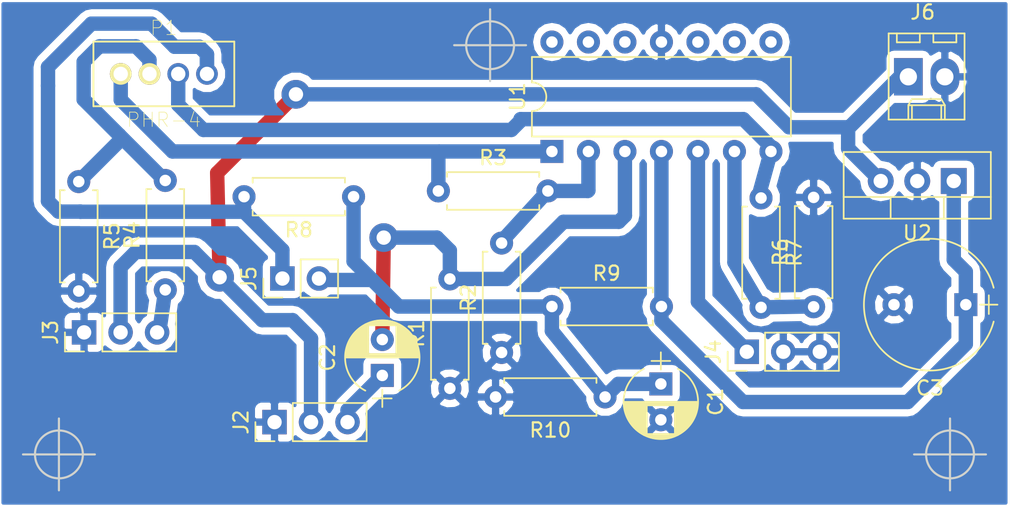
<source format=kicad_pcb>
(kicad_pcb (version 4) (host pcbnew 4.0.7-e2-6376~58~ubuntu16.04.1)

  (general
    (links 40)
    (no_connects 0)
    (area 0 0 0 0)
    (thickness 1.6)
    (drawings 9)
    (tracks 133)
    (zones 0)
    (modules 21)
    (nets 15)
  )

  (page A4)
  (layers
    (0 F.Cu signal)
    (31 B.Cu signal)
    (32 B.Adhes user)
    (33 F.Adhes user)
    (34 B.Paste user)
    (35 F.Paste user)
    (36 B.SilkS user)
    (37 F.SilkS user)
    (38 B.Mask user)
    (39 F.Mask user)
    (40 Dwgs.User user)
    (41 Cmts.User user)
    (42 Eco1.User user)
    (43 Eco2.User user)
    (44 Edge.Cuts user)
    (45 Margin user)
    (46 B.CrtYd user)
    (47 F.CrtYd user)
    (48 B.Fab user)
    (49 F.Fab user)
  )

  (setup
    (last_trace_width 1)
    (trace_clearance 0.5)
    (zone_clearance 0.508)
    (zone_45_only yes)
    (trace_min 0.2)
    (segment_width 0.2)
    (edge_width 0.15)
    (via_size 2)
    (via_drill 1)
    (via_min_size 0.4)
    (via_min_drill 0.3)
    (uvia_size 0.3)
    (uvia_drill 0.1)
    (uvias_allowed no)
    (uvia_min_size 0.2)
    (uvia_min_drill 0.1)
    (pcb_text_width 0.3)
    (pcb_text_size 1.5 1.5)
    (mod_edge_width 0.15)
    (mod_text_size 1 1)
    (mod_text_width 0.15)
    (pad_size 1.524 1.524)
    (pad_drill 0.762)
    (pad_to_mask_clearance 0.2)
    (aux_axis_origin 0 0)
    (visible_elements FFFFFF7F)
    (pcbplotparams
      (layerselection 0x02000_80000000)
      (usegerberextensions false)
      (excludeedgelayer true)
      (linewidth 0.100000)
      (plotframeref false)
      (viasonmask false)
      (mode 1)
      (useauxorigin false)
      (hpglpennumber 1)
      (hpglpenspeed 20)
      (hpglpendiameter 15)
      (hpglpenoverlay 2)
      (psnegative false)
      (psa4output false)
      (plotreference true)
      (plotvalue true)
      (plotinvisibletext false)
      (padsonsilk false)
      (subtractmaskfromsilk false)
      (outputformat 5)
      (mirror false)
      (drillshape 1)
      (scaleselection 1)
      (outputdirectory ./))
  )

  (net 0 "")
  (net 1 GND)
  (net 2 "Net-(C1-Pad1)")
  (net 3 "Net-(C2-Pad2)")
  (net 4 "Net-(C2-Pad1)")
  (net 5 +5V)
  (net 6 "Net-(J3-Pad3)")
  (net 7 "Net-(J4-Pad1)")
  (net 8 +3V3)
  (net 9 "Net-(R2-Pad2)")
  (net 10 "Net-(R6-Pad1)")
  (net 11 /SCT)
  (net 12 /ACS770)
  (net 13 /ACS712)
  (net 14 /PA3208)

  (net_class Default "This is the default net class."
    (clearance 0.5)
    (trace_width 1)
    (via_dia 2)
    (via_drill 1)
    (uvia_dia 0.3)
    (uvia_drill 0.1)
    (add_net +3V3)
    (add_net +5V)
    (add_net /ACS712)
    (add_net /ACS770)
    (add_net /PA3208)
    (add_net /SCT)
    (add_net GND)
    (add_net "Net-(C1-Pad1)")
    (add_net "Net-(C2-Pad1)")
    (add_net "Net-(C2-Pad2)")
    (add_net "Net-(J3-Pad3)")
    (add_net "Net-(J4-Pad1)")
    (add_net "Net-(R2-Pad2)")
    (add_net "Net-(R6-Pad1)")
  )

  (module Resistors_THT:R_Axial_DIN0207_L6.3mm_D2.5mm_P7.62mm_Horizontal (layer F.Cu) (tedit 5874F706) (tstamp 59E734EF)
    (at 152.2 111.9 90)
    (descr "Resistor, Axial_DIN0207 series, Axial, Horizontal, pin pitch=7.62mm, 0.25W = 1/4W, length*diameter=6.3*2.5mm^2, http://cdn-reichelt.de/documents/datenblatt/B400/1_4W%23YAG.pdf")
    (tags "Resistor Axial_DIN0207 series Axial Horizontal pin pitch 7.62mm 0.25W = 1/4W length 6.3mm diameter 2.5mm")
    (path /59E7461E)
    (fp_text reference R1 (at 3.81 -2.31 90) (layer F.SilkS)
      (effects (font (size 1 1) (thickness 0.15)))
    )
    (fp_text value 10k (at 3.81 2.31 90) (layer F.Fab)
      (effects (font (size 1 1) (thickness 0.15)))
    )
    (fp_line (start 8.7 -1.6) (end -1.05 -1.6) (layer F.CrtYd) (width 0.05))
    (fp_line (start 8.7 1.6) (end 8.7 -1.6) (layer F.CrtYd) (width 0.05))
    (fp_line (start -1.05 1.6) (end 8.7 1.6) (layer F.CrtYd) (width 0.05))
    (fp_line (start -1.05 -1.6) (end -1.05 1.6) (layer F.CrtYd) (width 0.05))
    (fp_line (start 7.02 1.31) (end 7.02 0.98) (layer F.SilkS) (width 0.12))
    (fp_line (start 0.6 1.31) (end 7.02 1.31) (layer F.SilkS) (width 0.12))
    (fp_line (start 0.6 0.98) (end 0.6 1.31) (layer F.SilkS) (width 0.12))
    (fp_line (start 7.02 -1.31) (end 7.02 -0.98) (layer F.SilkS) (width 0.12))
    (fp_line (start 0.6 -1.31) (end 7.02 -1.31) (layer F.SilkS) (width 0.12))
    (fp_line (start 0.6 -0.98) (end 0.6 -1.31) (layer F.SilkS) (width 0.12))
    (fp_line (start 7.62 0) (end 6.96 0) (layer F.Fab) (width 0.1))
    (fp_line (start 0 0) (end 0.66 0) (layer F.Fab) (width 0.1))
    (fp_line (start 6.96 -1.25) (end 0.66 -1.25) (layer F.Fab) (width 0.1))
    (fp_line (start 6.96 1.25) (end 6.96 -1.25) (layer F.Fab) (width 0.1))
    (fp_line (start 0.66 1.25) (end 6.96 1.25) (layer F.Fab) (width 0.1))
    (fp_line (start 0.66 -1.25) (end 0.66 1.25) (layer F.Fab) (width 0.1))
    (pad 2 thru_hole oval (at 7.62 0 90) (size 1.6 1.6) (drill 0.8) (layers *.Cu *.Mask)
      (net 3 "Net-(C2-Pad2)"))
    (pad 1 thru_hole circle (at 0 0 90) (size 1.6 1.6) (drill 0.8) (layers *.Cu *.Mask)
      (net 1 GND))
    (model ${KISYS3DMOD}/Resistors_THT.3dshapes/R_Axial_DIN0207_L6.3mm_D2.5mm_P7.62mm_Horizontal.wrl
      (at (xyz 0 0 0))
      (scale (xyz 0.393701 0.393701 0.393701))
      (rotate (xyz 0 0 0))
    )
  )

  (module Resistors_THT:R_Axial_DIN0207_L6.3mm_D2.5mm_P7.62mm_Horizontal (layer F.Cu) (tedit 5874F706) (tstamp 59E73525)
    (at 163 112.5 180)
    (descr "Resistor, Axial_DIN0207 series, Axial, Horizontal, pin pitch=7.62mm, 0.25W = 1/4W, length*diameter=6.3*2.5mm^2, http://cdn-reichelt.de/documents/datenblatt/B400/1_4W%23YAG.pdf")
    (tags "Resistor Axial_DIN0207 series Axial Horizontal pin pitch 7.62mm 0.25W = 1/4W length 6.3mm diameter 2.5mm")
    (path /59DBFCD3)
    (fp_text reference R10 (at 3.81 -2.31 180) (layer F.SilkS)
      (effects (font (size 1 1) (thickness 0.15)))
    )
    (fp_text value 9k88 (at 3.81 2.31 180) (layer F.Fab)
      (effects (font (size 1 1) (thickness 0.15)))
    )
    (fp_line (start 8.7 -1.6) (end -1.05 -1.6) (layer F.CrtYd) (width 0.05))
    (fp_line (start 8.7 1.6) (end 8.7 -1.6) (layer F.CrtYd) (width 0.05))
    (fp_line (start -1.05 1.6) (end 8.7 1.6) (layer F.CrtYd) (width 0.05))
    (fp_line (start -1.05 -1.6) (end -1.05 1.6) (layer F.CrtYd) (width 0.05))
    (fp_line (start 7.02 1.31) (end 7.02 0.98) (layer F.SilkS) (width 0.12))
    (fp_line (start 0.6 1.31) (end 7.02 1.31) (layer F.SilkS) (width 0.12))
    (fp_line (start 0.6 0.98) (end 0.6 1.31) (layer F.SilkS) (width 0.12))
    (fp_line (start 7.02 -1.31) (end 7.02 -0.98) (layer F.SilkS) (width 0.12))
    (fp_line (start 0.6 -1.31) (end 7.02 -1.31) (layer F.SilkS) (width 0.12))
    (fp_line (start 0.6 -0.98) (end 0.6 -1.31) (layer F.SilkS) (width 0.12))
    (fp_line (start 7.62 0) (end 6.96 0) (layer F.Fab) (width 0.1))
    (fp_line (start 0 0) (end 0.66 0) (layer F.Fab) (width 0.1))
    (fp_line (start 6.96 -1.25) (end 0.66 -1.25) (layer F.Fab) (width 0.1))
    (fp_line (start 6.96 1.25) (end 6.96 -1.25) (layer F.Fab) (width 0.1))
    (fp_line (start 0.66 1.25) (end 6.96 1.25) (layer F.Fab) (width 0.1))
    (fp_line (start 0.66 -1.25) (end 0.66 1.25) (layer F.Fab) (width 0.1))
    (pad 2 thru_hole oval (at 7.62 0 180) (size 1.6 1.6) (drill 0.8) (layers *.Cu *.Mask)
      (net 1 GND))
    (pad 1 thru_hole circle (at 0 0 180) (size 1.6 1.6) (drill 0.8) (layers *.Cu *.Mask)
      (net 2 "Net-(C1-Pad1)"))
    (model ${KISYS3DMOD}/Resistors_THT.3dshapes/R_Axial_DIN0207_L6.3mm_D2.5mm_P7.62mm_Horizontal.wrl
      (at (xyz 0 0 0))
      (scale (xyz 0.393701 0.393701 0.393701))
      (rotate (xyz 0 0 0))
    )
  )

  (module Capacitors_THT:CP_Radial_D5.0mm_P2.50mm (layer F.Cu) (tedit 597BC7C2) (tstamp 59E734BA)
    (at 166.88 111.59 270)
    (descr "CP, Radial series, Radial, pin pitch=2.50mm, , diameter=5mm, Electrolytic Capacitor")
    (tags "CP Radial series Radial pin pitch 2.50mm  diameter 5mm Electrolytic Capacitor")
    (path /59E712BD)
    (fp_text reference C1 (at 1.25 -3.81 270) (layer F.SilkS)
      (effects (font (size 1 1) (thickness 0.15)))
    )
    (fp_text value 10u1 (at 1.25 3.81 270) (layer F.Fab)
      (effects (font (size 1 1) (thickness 0.15)))
    )
    (fp_text user %R (at 1.25 0 270) (layer F.Fab)
      (effects (font (size 1 1) (thickness 0.15)))
    )
    (fp_line (start 4.1 -2.85) (end -1.6 -2.85) (layer F.CrtYd) (width 0.05))
    (fp_line (start 4.1 2.85) (end 4.1 -2.85) (layer F.CrtYd) (width 0.05))
    (fp_line (start -1.6 2.85) (end 4.1 2.85) (layer F.CrtYd) (width 0.05))
    (fp_line (start -1.6 -2.85) (end -1.6 2.85) (layer F.CrtYd) (width 0.05))
    (fp_line (start -1.6 -0.65) (end -1.6 0.65) (layer F.SilkS) (width 0.12))
    (fp_line (start -2.2 0) (end -1 0) (layer F.SilkS) (width 0.12))
    (fp_line (start 3.811 -0.354) (end 3.811 0.354) (layer F.SilkS) (width 0.12))
    (fp_line (start 3.771 -0.559) (end 3.771 0.559) (layer F.SilkS) (width 0.12))
    (fp_line (start 3.731 -0.707) (end 3.731 0.707) (layer F.SilkS) (width 0.12))
    (fp_line (start 3.691 -0.829) (end 3.691 0.829) (layer F.SilkS) (width 0.12))
    (fp_line (start 3.651 -0.934) (end 3.651 0.934) (layer F.SilkS) (width 0.12))
    (fp_line (start 3.611 -1.028) (end 3.611 1.028) (layer F.SilkS) (width 0.12))
    (fp_line (start 3.571 -1.112) (end 3.571 1.112) (layer F.SilkS) (width 0.12))
    (fp_line (start 3.531 -1.189) (end 3.531 1.189) (layer F.SilkS) (width 0.12))
    (fp_line (start 3.491 -1.261) (end 3.491 1.261) (layer F.SilkS) (width 0.12))
    (fp_line (start 3.451 0.98) (end 3.451 1.327) (layer F.SilkS) (width 0.12))
    (fp_line (start 3.451 -1.327) (end 3.451 -0.98) (layer F.SilkS) (width 0.12))
    (fp_line (start 3.411 0.98) (end 3.411 1.39) (layer F.SilkS) (width 0.12))
    (fp_line (start 3.411 -1.39) (end 3.411 -0.98) (layer F.SilkS) (width 0.12))
    (fp_line (start 3.371 0.98) (end 3.371 1.448) (layer F.SilkS) (width 0.12))
    (fp_line (start 3.371 -1.448) (end 3.371 -0.98) (layer F.SilkS) (width 0.12))
    (fp_line (start 3.331 0.98) (end 3.331 1.504) (layer F.SilkS) (width 0.12))
    (fp_line (start 3.331 -1.504) (end 3.331 -0.98) (layer F.SilkS) (width 0.12))
    (fp_line (start 3.291 0.98) (end 3.291 1.556) (layer F.SilkS) (width 0.12))
    (fp_line (start 3.291 -1.556) (end 3.291 -0.98) (layer F.SilkS) (width 0.12))
    (fp_line (start 3.251 0.98) (end 3.251 1.606) (layer F.SilkS) (width 0.12))
    (fp_line (start 3.251 -1.606) (end 3.251 -0.98) (layer F.SilkS) (width 0.12))
    (fp_line (start 3.211 0.98) (end 3.211 1.654) (layer F.SilkS) (width 0.12))
    (fp_line (start 3.211 -1.654) (end 3.211 -0.98) (layer F.SilkS) (width 0.12))
    (fp_line (start 3.171 0.98) (end 3.171 1.699) (layer F.SilkS) (width 0.12))
    (fp_line (start 3.171 -1.699) (end 3.171 -0.98) (layer F.SilkS) (width 0.12))
    (fp_line (start 3.131 0.98) (end 3.131 1.742) (layer F.SilkS) (width 0.12))
    (fp_line (start 3.131 -1.742) (end 3.131 -0.98) (layer F.SilkS) (width 0.12))
    (fp_line (start 3.091 0.98) (end 3.091 1.783) (layer F.SilkS) (width 0.12))
    (fp_line (start 3.091 -1.783) (end 3.091 -0.98) (layer F.SilkS) (width 0.12))
    (fp_line (start 3.051 0.98) (end 3.051 1.823) (layer F.SilkS) (width 0.12))
    (fp_line (start 3.051 -1.823) (end 3.051 -0.98) (layer F.SilkS) (width 0.12))
    (fp_line (start 3.011 0.98) (end 3.011 1.861) (layer F.SilkS) (width 0.12))
    (fp_line (start 3.011 -1.861) (end 3.011 -0.98) (layer F.SilkS) (width 0.12))
    (fp_line (start 2.971 0.98) (end 2.971 1.897) (layer F.SilkS) (width 0.12))
    (fp_line (start 2.971 -1.897) (end 2.971 -0.98) (layer F.SilkS) (width 0.12))
    (fp_line (start 2.931 0.98) (end 2.931 1.932) (layer F.SilkS) (width 0.12))
    (fp_line (start 2.931 -1.932) (end 2.931 -0.98) (layer F.SilkS) (width 0.12))
    (fp_line (start 2.891 0.98) (end 2.891 1.965) (layer F.SilkS) (width 0.12))
    (fp_line (start 2.891 -1.965) (end 2.891 -0.98) (layer F.SilkS) (width 0.12))
    (fp_line (start 2.851 0.98) (end 2.851 1.997) (layer F.SilkS) (width 0.12))
    (fp_line (start 2.851 -1.997) (end 2.851 -0.98) (layer F.SilkS) (width 0.12))
    (fp_line (start 2.811 0.98) (end 2.811 2.028) (layer F.SilkS) (width 0.12))
    (fp_line (start 2.811 -2.028) (end 2.811 -0.98) (layer F.SilkS) (width 0.12))
    (fp_line (start 2.771 0.98) (end 2.771 2.058) (layer F.SilkS) (width 0.12))
    (fp_line (start 2.771 -2.058) (end 2.771 -0.98) (layer F.SilkS) (width 0.12))
    (fp_line (start 2.731 0.98) (end 2.731 2.086) (layer F.SilkS) (width 0.12))
    (fp_line (start 2.731 -2.086) (end 2.731 -0.98) (layer F.SilkS) (width 0.12))
    (fp_line (start 2.691 0.98) (end 2.691 2.113) (layer F.SilkS) (width 0.12))
    (fp_line (start 2.691 -2.113) (end 2.691 -0.98) (layer F.SilkS) (width 0.12))
    (fp_line (start 2.651 0.98) (end 2.651 2.14) (layer F.SilkS) (width 0.12))
    (fp_line (start 2.651 -2.14) (end 2.651 -0.98) (layer F.SilkS) (width 0.12))
    (fp_line (start 2.611 0.98) (end 2.611 2.165) (layer F.SilkS) (width 0.12))
    (fp_line (start 2.611 -2.165) (end 2.611 -0.98) (layer F.SilkS) (width 0.12))
    (fp_line (start 2.571 0.98) (end 2.571 2.189) (layer F.SilkS) (width 0.12))
    (fp_line (start 2.571 -2.189) (end 2.571 -0.98) (layer F.SilkS) (width 0.12))
    (fp_line (start 2.531 0.98) (end 2.531 2.212) (layer F.SilkS) (width 0.12))
    (fp_line (start 2.531 -2.212) (end 2.531 -0.98) (layer F.SilkS) (width 0.12))
    (fp_line (start 2.491 0.98) (end 2.491 2.234) (layer F.SilkS) (width 0.12))
    (fp_line (start 2.491 -2.234) (end 2.491 -0.98) (layer F.SilkS) (width 0.12))
    (fp_line (start 2.451 0.98) (end 2.451 2.256) (layer F.SilkS) (width 0.12))
    (fp_line (start 2.451 -2.256) (end 2.451 -0.98) (layer F.SilkS) (width 0.12))
    (fp_line (start 2.411 0.98) (end 2.411 2.276) (layer F.SilkS) (width 0.12))
    (fp_line (start 2.411 -2.276) (end 2.411 -0.98) (layer F.SilkS) (width 0.12))
    (fp_line (start 2.371 0.98) (end 2.371 2.296) (layer F.SilkS) (width 0.12))
    (fp_line (start 2.371 -2.296) (end 2.371 -0.98) (layer F.SilkS) (width 0.12))
    (fp_line (start 2.331 0.98) (end 2.331 2.315) (layer F.SilkS) (width 0.12))
    (fp_line (start 2.331 -2.315) (end 2.331 -0.98) (layer F.SilkS) (width 0.12))
    (fp_line (start 2.291 0.98) (end 2.291 2.333) (layer F.SilkS) (width 0.12))
    (fp_line (start 2.291 -2.333) (end 2.291 -0.98) (layer F.SilkS) (width 0.12))
    (fp_line (start 2.251 0.98) (end 2.251 2.35) (layer F.SilkS) (width 0.12))
    (fp_line (start 2.251 -2.35) (end 2.251 -0.98) (layer F.SilkS) (width 0.12))
    (fp_line (start 2.211 0.98) (end 2.211 2.366) (layer F.SilkS) (width 0.12))
    (fp_line (start 2.211 -2.366) (end 2.211 -0.98) (layer F.SilkS) (width 0.12))
    (fp_line (start 2.171 0.98) (end 2.171 2.382) (layer F.SilkS) (width 0.12))
    (fp_line (start 2.171 -2.382) (end 2.171 -0.98) (layer F.SilkS) (width 0.12))
    (fp_line (start 2.131 0.98) (end 2.131 2.396) (layer F.SilkS) (width 0.12))
    (fp_line (start 2.131 -2.396) (end 2.131 -0.98) (layer F.SilkS) (width 0.12))
    (fp_line (start 2.091 0.98) (end 2.091 2.41) (layer F.SilkS) (width 0.12))
    (fp_line (start 2.091 -2.41) (end 2.091 -0.98) (layer F.SilkS) (width 0.12))
    (fp_line (start 2.051 0.98) (end 2.051 2.424) (layer F.SilkS) (width 0.12))
    (fp_line (start 2.051 -2.424) (end 2.051 -0.98) (layer F.SilkS) (width 0.12))
    (fp_line (start 2.011 0.98) (end 2.011 2.436) (layer F.SilkS) (width 0.12))
    (fp_line (start 2.011 -2.436) (end 2.011 -0.98) (layer F.SilkS) (width 0.12))
    (fp_line (start 1.971 0.98) (end 1.971 2.448) (layer F.SilkS) (width 0.12))
    (fp_line (start 1.971 -2.448) (end 1.971 -0.98) (layer F.SilkS) (width 0.12))
    (fp_line (start 1.93 0.98) (end 1.93 2.46) (layer F.SilkS) (width 0.12))
    (fp_line (start 1.93 -2.46) (end 1.93 -0.98) (layer F.SilkS) (width 0.12))
    (fp_line (start 1.89 0.98) (end 1.89 2.47) (layer F.SilkS) (width 0.12))
    (fp_line (start 1.89 -2.47) (end 1.89 -0.98) (layer F.SilkS) (width 0.12))
    (fp_line (start 1.85 0.98) (end 1.85 2.48) (layer F.SilkS) (width 0.12))
    (fp_line (start 1.85 -2.48) (end 1.85 -0.98) (layer F.SilkS) (width 0.12))
    (fp_line (start 1.81 0.98) (end 1.81 2.489) (layer F.SilkS) (width 0.12))
    (fp_line (start 1.81 -2.489) (end 1.81 -0.98) (layer F.SilkS) (width 0.12))
    (fp_line (start 1.77 0.98) (end 1.77 2.498) (layer F.SilkS) (width 0.12))
    (fp_line (start 1.77 -2.498) (end 1.77 -0.98) (layer F.SilkS) (width 0.12))
    (fp_line (start 1.73 0.98) (end 1.73 2.506) (layer F.SilkS) (width 0.12))
    (fp_line (start 1.73 -2.506) (end 1.73 -0.98) (layer F.SilkS) (width 0.12))
    (fp_line (start 1.69 0.98) (end 1.69 2.513) (layer F.SilkS) (width 0.12))
    (fp_line (start 1.69 -2.513) (end 1.69 -0.98) (layer F.SilkS) (width 0.12))
    (fp_line (start 1.65 0.98) (end 1.65 2.519) (layer F.SilkS) (width 0.12))
    (fp_line (start 1.65 -2.519) (end 1.65 -0.98) (layer F.SilkS) (width 0.12))
    (fp_line (start 1.61 0.98) (end 1.61 2.525) (layer F.SilkS) (width 0.12))
    (fp_line (start 1.61 -2.525) (end 1.61 -0.98) (layer F.SilkS) (width 0.12))
    (fp_line (start 1.57 0.98) (end 1.57 2.531) (layer F.SilkS) (width 0.12))
    (fp_line (start 1.57 -2.531) (end 1.57 -0.98) (layer F.SilkS) (width 0.12))
    (fp_line (start 1.53 0.98) (end 1.53 2.535) (layer F.SilkS) (width 0.12))
    (fp_line (start 1.53 -2.535) (end 1.53 -0.98) (layer F.SilkS) (width 0.12))
    (fp_line (start 1.49 -2.539) (end 1.49 2.539) (layer F.SilkS) (width 0.12))
    (fp_line (start 1.45 -2.543) (end 1.45 2.543) (layer F.SilkS) (width 0.12))
    (fp_line (start 1.41 -2.546) (end 1.41 2.546) (layer F.SilkS) (width 0.12))
    (fp_line (start 1.37 -2.548) (end 1.37 2.548) (layer F.SilkS) (width 0.12))
    (fp_line (start 1.33 -2.549) (end 1.33 2.549) (layer F.SilkS) (width 0.12))
    (fp_line (start 1.29 -2.55) (end 1.29 2.55) (layer F.SilkS) (width 0.12))
    (fp_line (start 1.25 -2.55) (end 1.25 2.55) (layer F.SilkS) (width 0.12))
    (fp_line (start -1.6 -0.65) (end -1.6 0.65) (layer F.Fab) (width 0.1))
    (fp_line (start -2.2 0) (end -1 0) (layer F.Fab) (width 0.1))
    (fp_circle (center 1.25 0) (end 3.75 0) (layer F.Fab) (width 0.1))
    (fp_arc (start 1.25 0) (end 3.55558 -1.18) (angle 54.2) (layer F.SilkS) (width 0.12))
    (fp_arc (start 1.25 0) (end -1.05558 1.18) (angle -125.8) (layer F.SilkS) (width 0.12))
    (fp_arc (start 1.25 0) (end -1.05558 -1.18) (angle 125.8) (layer F.SilkS) (width 0.12))
    (pad 2 thru_hole circle (at 2.5 0 270) (size 1.6 1.6) (drill 0.8) (layers *.Cu *.Mask)
      (net 1 GND))
    (pad 1 thru_hole rect (at 0 0 270) (size 1.6 1.6) (drill 0.8) (layers *.Cu *.Mask)
      (net 2 "Net-(C1-Pad1)"))
    (model ${KISYS3DMOD}/Capacitors_THT.3dshapes/CP_Radial_D5.0mm_P2.50mm.wrl
      (at (xyz 0 0 0))
      (scale (xyz 1 1 1))
      (rotate (xyz 0 0 0))
    )
  )

  (module Capacitors_THT:CP_Radial_D5.0mm_P2.50mm (layer F.Cu) (tedit 597BC7C2) (tstamp 59E734C0)
    (at 147.5 111 90)
    (descr "CP, Radial series, Radial, pin pitch=2.50mm, , diameter=5mm, Electrolytic Capacitor")
    (tags "CP Radial series Radial pin pitch 2.50mm  diameter 5mm Electrolytic Capacitor")
    (path /59E75C72)
    (fp_text reference C2 (at 1.25 -3.81 90) (layer F.SilkS)
      (effects (font (size 1 1) (thickness 0.15)))
    )
    (fp_text value 10u1 (at 1.25 3.81 90) (layer F.Fab)
      (effects (font (size 1 1) (thickness 0.15)))
    )
    (fp_text user %R (at 1.25 0 90) (layer F.Fab)
      (effects (font (size 1 1) (thickness 0.15)))
    )
    (fp_line (start 4.1 -2.85) (end -1.6 -2.85) (layer F.CrtYd) (width 0.05))
    (fp_line (start 4.1 2.85) (end 4.1 -2.85) (layer F.CrtYd) (width 0.05))
    (fp_line (start -1.6 2.85) (end 4.1 2.85) (layer F.CrtYd) (width 0.05))
    (fp_line (start -1.6 -2.85) (end -1.6 2.85) (layer F.CrtYd) (width 0.05))
    (fp_line (start -1.6 -0.65) (end -1.6 0.65) (layer F.SilkS) (width 0.12))
    (fp_line (start -2.2 0) (end -1 0) (layer F.SilkS) (width 0.12))
    (fp_line (start 3.811 -0.354) (end 3.811 0.354) (layer F.SilkS) (width 0.12))
    (fp_line (start 3.771 -0.559) (end 3.771 0.559) (layer F.SilkS) (width 0.12))
    (fp_line (start 3.731 -0.707) (end 3.731 0.707) (layer F.SilkS) (width 0.12))
    (fp_line (start 3.691 -0.829) (end 3.691 0.829) (layer F.SilkS) (width 0.12))
    (fp_line (start 3.651 -0.934) (end 3.651 0.934) (layer F.SilkS) (width 0.12))
    (fp_line (start 3.611 -1.028) (end 3.611 1.028) (layer F.SilkS) (width 0.12))
    (fp_line (start 3.571 -1.112) (end 3.571 1.112) (layer F.SilkS) (width 0.12))
    (fp_line (start 3.531 -1.189) (end 3.531 1.189) (layer F.SilkS) (width 0.12))
    (fp_line (start 3.491 -1.261) (end 3.491 1.261) (layer F.SilkS) (width 0.12))
    (fp_line (start 3.451 0.98) (end 3.451 1.327) (layer F.SilkS) (width 0.12))
    (fp_line (start 3.451 -1.327) (end 3.451 -0.98) (layer F.SilkS) (width 0.12))
    (fp_line (start 3.411 0.98) (end 3.411 1.39) (layer F.SilkS) (width 0.12))
    (fp_line (start 3.411 -1.39) (end 3.411 -0.98) (layer F.SilkS) (width 0.12))
    (fp_line (start 3.371 0.98) (end 3.371 1.448) (layer F.SilkS) (width 0.12))
    (fp_line (start 3.371 -1.448) (end 3.371 -0.98) (layer F.SilkS) (width 0.12))
    (fp_line (start 3.331 0.98) (end 3.331 1.504) (layer F.SilkS) (width 0.12))
    (fp_line (start 3.331 -1.504) (end 3.331 -0.98) (layer F.SilkS) (width 0.12))
    (fp_line (start 3.291 0.98) (end 3.291 1.556) (layer F.SilkS) (width 0.12))
    (fp_line (start 3.291 -1.556) (end 3.291 -0.98) (layer F.SilkS) (width 0.12))
    (fp_line (start 3.251 0.98) (end 3.251 1.606) (layer F.SilkS) (width 0.12))
    (fp_line (start 3.251 -1.606) (end 3.251 -0.98) (layer F.SilkS) (width 0.12))
    (fp_line (start 3.211 0.98) (end 3.211 1.654) (layer F.SilkS) (width 0.12))
    (fp_line (start 3.211 -1.654) (end 3.211 -0.98) (layer F.SilkS) (width 0.12))
    (fp_line (start 3.171 0.98) (end 3.171 1.699) (layer F.SilkS) (width 0.12))
    (fp_line (start 3.171 -1.699) (end 3.171 -0.98) (layer F.SilkS) (width 0.12))
    (fp_line (start 3.131 0.98) (end 3.131 1.742) (layer F.SilkS) (width 0.12))
    (fp_line (start 3.131 -1.742) (end 3.131 -0.98) (layer F.SilkS) (width 0.12))
    (fp_line (start 3.091 0.98) (end 3.091 1.783) (layer F.SilkS) (width 0.12))
    (fp_line (start 3.091 -1.783) (end 3.091 -0.98) (layer F.SilkS) (width 0.12))
    (fp_line (start 3.051 0.98) (end 3.051 1.823) (layer F.SilkS) (width 0.12))
    (fp_line (start 3.051 -1.823) (end 3.051 -0.98) (layer F.SilkS) (width 0.12))
    (fp_line (start 3.011 0.98) (end 3.011 1.861) (layer F.SilkS) (width 0.12))
    (fp_line (start 3.011 -1.861) (end 3.011 -0.98) (layer F.SilkS) (width 0.12))
    (fp_line (start 2.971 0.98) (end 2.971 1.897) (layer F.SilkS) (width 0.12))
    (fp_line (start 2.971 -1.897) (end 2.971 -0.98) (layer F.SilkS) (width 0.12))
    (fp_line (start 2.931 0.98) (end 2.931 1.932) (layer F.SilkS) (width 0.12))
    (fp_line (start 2.931 -1.932) (end 2.931 -0.98) (layer F.SilkS) (width 0.12))
    (fp_line (start 2.891 0.98) (end 2.891 1.965) (layer F.SilkS) (width 0.12))
    (fp_line (start 2.891 -1.965) (end 2.891 -0.98) (layer F.SilkS) (width 0.12))
    (fp_line (start 2.851 0.98) (end 2.851 1.997) (layer F.SilkS) (width 0.12))
    (fp_line (start 2.851 -1.997) (end 2.851 -0.98) (layer F.SilkS) (width 0.12))
    (fp_line (start 2.811 0.98) (end 2.811 2.028) (layer F.SilkS) (width 0.12))
    (fp_line (start 2.811 -2.028) (end 2.811 -0.98) (layer F.SilkS) (width 0.12))
    (fp_line (start 2.771 0.98) (end 2.771 2.058) (layer F.SilkS) (width 0.12))
    (fp_line (start 2.771 -2.058) (end 2.771 -0.98) (layer F.SilkS) (width 0.12))
    (fp_line (start 2.731 0.98) (end 2.731 2.086) (layer F.SilkS) (width 0.12))
    (fp_line (start 2.731 -2.086) (end 2.731 -0.98) (layer F.SilkS) (width 0.12))
    (fp_line (start 2.691 0.98) (end 2.691 2.113) (layer F.SilkS) (width 0.12))
    (fp_line (start 2.691 -2.113) (end 2.691 -0.98) (layer F.SilkS) (width 0.12))
    (fp_line (start 2.651 0.98) (end 2.651 2.14) (layer F.SilkS) (width 0.12))
    (fp_line (start 2.651 -2.14) (end 2.651 -0.98) (layer F.SilkS) (width 0.12))
    (fp_line (start 2.611 0.98) (end 2.611 2.165) (layer F.SilkS) (width 0.12))
    (fp_line (start 2.611 -2.165) (end 2.611 -0.98) (layer F.SilkS) (width 0.12))
    (fp_line (start 2.571 0.98) (end 2.571 2.189) (layer F.SilkS) (width 0.12))
    (fp_line (start 2.571 -2.189) (end 2.571 -0.98) (layer F.SilkS) (width 0.12))
    (fp_line (start 2.531 0.98) (end 2.531 2.212) (layer F.SilkS) (width 0.12))
    (fp_line (start 2.531 -2.212) (end 2.531 -0.98) (layer F.SilkS) (width 0.12))
    (fp_line (start 2.491 0.98) (end 2.491 2.234) (layer F.SilkS) (width 0.12))
    (fp_line (start 2.491 -2.234) (end 2.491 -0.98) (layer F.SilkS) (width 0.12))
    (fp_line (start 2.451 0.98) (end 2.451 2.256) (layer F.SilkS) (width 0.12))
    (fp_line (start 2.451 -2.256) (end 2.451 -0.98) (layer F.SilkS) (width 0.12))
    (fp_line (start 2.411 0.98) (end 2.411 2.276) (layer F.SilkS) (width 0.12))
    (fp_line (start 2.411 -2.276) (end 2.411 -0.98) (layer F.SilkS) (width 0.12))
    (fp_line (start 2.371 0.98) (end 2.371 2.296) (layer F.SilkS) (width 0.12))
    (fp_line (start 2.371 -2.296) (end 2.371 -0.98) (layer F.SilkS) (width 0.12))
    (fp_line (start 2.331 0.98) (end 2.331 2.315) (layer F.SilkS) (width 0.12))
    (fp_line (start 2.331 -2.315) (end 2.331 -0.98) (layer F.SilkS) (width 0.12))
    (fp_line (start 2.291 0.98) (end 2.291 2.333) (layer F.SilkS) (width 0.12))
    (fp_line (start 2.291 -2.333) (end 2.291 -0.98) (layer F.SilkS) (width 0.12))
    (fp_line (start 2.251 0.98) (end 2.251 2.35) (layer F.SilkS) (width 0.12))
    (fp_line (start 2.251 -2.35) (end 2.251 -0.98) (layer F.SilkS) (width 0.12))
    (fp_line (start 2.211 0.98) (end 2.211 2.366) (layer F.SilkS) (width 0.12))
    (fp_line (start 2.211 -2.366) (end 2.211 -0.98) (layer F.SilkS) (width 0.12))
    (fp_line (start 2.171 0.98) (end 2.171 2.382) (layer F.SilkS) (width 0.12))
    (fp_line (start 2.171 -2.382) (end 2.171 -0.98) (layer F.SilkS) (width 0.12))
    (fp_line (start 2.131 0.98) (end 2.131 2.396) (layer F.SilkS) (width 0.12))
    (fp_line (start 2.131 -2.396) (end 2.131 -0.98) (layer F.SilkS) (width 0.12))
    (fp_line (start 2.091 0.98) (end 2.091 2.41) (layer F.SilkS) (width 0.12))
    (fp_line (start 2.091 -2.41) (end 2.091 -0.98) (layer F.SilkS) (width 0.12))
    (fp_line (start 2.051 0.98) (end 2.051 2.424) (layer F.SilkS) (width 0.12))
    (fp_line (start 2.051 -2.424) (end 2.051 -0.98) (layer F.SilkS) (width 0.12))
    (fp_line (start 2.011 0.98) (end 2.011 2.436) (layer F.SilkS) (width 0.12))
    (fp_line (start 2.011 -2.436) (end 2.011 -0.98) (layer F.SilkS) (width 0.12))
    (fp_line (start 1.971 0.98) (end 1.971 2.448) (layer F.SilkS) (width 0.12))
    (fp_line (start 1.971 -2.448) (end 1.971 -0.98) (layer F.SilkS) (width 0.12))
    (fp_line (start 1.93 0.98) (end 1.93 2.46) (layer F.SilkS) (width 0.12))
    (fp_line (start 1.93 -2.46) (end 1.93 -0.98) (layer F.SilkS) (width 0.12))
    (fp_line (start 1.89 0.98) (end 1.89 2.47) (layer F.SilkS) (width 0.12))
    (fp_line (start 1.89 -2.47) (end 1.89 -0.98) (layer F.SilkS) (width 0.12))
    (fp_line (start 1.85 0.98) (end 1.85 2.48) (layer F.SilkS) (width 0.12))
    (fp_line (start 1.85 -2.48) (end 1.85 -0.98) (layer F.SilkS) (width 0.12))
    (fp_line (start 1.81 0.98) (end 1.81 2.489) (layer F.SilkS) (width 0.12))
    (fp_line (start 1.81 -2.489) (end 1.81 -0.98) (layer F.SilkS) (width 0.12))
    (fp_line (start 1.77 0.98) (end 1.77 2.498) (layer F.SilkS) (width 0.12))
    (fp_line (start 1.77 -2.498) (end 1.77 -0.98) (layer F.SilkS) (width 0.12))
    (fp_line (start 1.73 0.98) (end 1.73 2.506) (layer F.SilkS) (width 0.12))
    (fp_line (start 1.73 -2.506) (end 1.73 -0.98) (layer F.SilkS) (width 0.12))
    (fp_line (start 1.69 0.98) (end 1.69 2.513) (layer F.SilkS) (width 0.12))
    (fp_line (start 1.69 -2.513) (end 1.69 -0.98) (layer F.SilkS) (width 0.12))
    (fp_line (start 1.65 0.98) (end 1.65 2.519) (layer F.SilkS) (width 0.12))
    (fp_line (start 1.65 -2.519) (end 1.65 -0.98) (layer F.SilkS) (width 0.12))
    (fp_line (start 1.61 0.98) (end 1.61 2.525) (layer F.SilkS) (width 0.12))
    (fp_line (start 1.61 -2.525) (end 1.61 -0.98) (layer F.SilkS) (width 0.12))
    (fp_line (start 1.57 0.98) (end 1.57 2.531) (layer F.SilkS) (width 0.12))
    (fp_line (start 1.57 -2.531) (end 1.57 -0.98) (layer F.SilkS) (width 0.12))
    (fp_line (start 1.53 0.98) (end 1.53 2.535) (layer F.SilkS) (width 0.12))
    (fp_line (start 1.53 -2.535) (end 1.53 -0.98) (layer F.SilkS) (width 0.12))
    (fp_line (start 1.49 -2.539) (end 1.49 2.539) (layer F.SilkS) (width 0.12))
    (fp_line (start 1.45 -2.543) (end 1.45 2.543) (layer F.SilkS) (width 0.12))
    (fp_line (start 1.41 -2.546) (end 1.41 2.546) (layer F.SilkS) (width 0.12))
    (fp_line (start 1.37 -2.548) (end 1.37 2.548) (layer F.SilkS) (width 0.12))
    (fp_line (start 1.33 -2.549) (end 1.33 2.549) (layer F.SilkS) (width 0.12))
    (fp_line (start 1.29 -2.55) (end 1.29 2.55) (layer F.SilkS) (width 0.12))
    (fp_line (start 1.25 -2.55) (end 1.25 2.55) (layer F.SilkS) (width 0.12))
    (fp_line (start -1.6 -0.65) (end -1.6 0.65) (layer F.Fab) (width 0.1))
    (fp_line (start -2.2 0) (end -1 0) (layer F.Fab) (width 0.1))
    (fp_circle (center 1.25 0) (end 3.75 0) (layer F.Fab) (width 0.1))
    (fp_arc (start 1.25 0) (end 3.55558 -1.18) (angle 54.2) (layer F.SilkS) (width 0.12))
    (fp_arc (start 1.25 0) (end -1.05558 1.18) (angle -125.8) (layer F.SilkS) (width 0.12))
    (fp_arc (start 1.25 0) (end -1.05558 -1.18) (angle 125.8) (layer F.SilkS) (width 0.12))
    (pad 2 thru_hole circle (at 2.5 0 90) (size 1.6 1.6) (drill 0.8) (layers *.Cu *.Mask)
      (net 3 "Net-(C2-Pad2)"))
    (pad 1 thru_hole rect (at 0 0 90) (size 1.6 1.6) (drill 0.8) (layers *.Cu *.Mask)
      (net 4 "Net-(C2-Pad1)"))
    (model ${KISYS3DMOD}/Capacitors_THT.3dshapes/CP_Radial_D5.0mm_P2.50mm.wrl
      (at (xyz 0 0 0))
      (scale (xyz 1 1 1))
      (rotate (xyz 0 0 0))
    )
  )

  (module Pin_Headers:Pin_Header_Straight_1x03_Pitch2.54mm (layer F.Cu) (tedit 59650532) (tstamp 59E734C7)
    (at 140 114.25 90)
    (descr "Through hole straight pin header, 1x03, 2.54mm pitch, single row")
    (tags "Through hole pin header THT 1x03 2.54mm single row")
    (path /59DD152B)
    (fp_text reference J2 (at 0 -2.33 90) (layer F.SilkS)
      (effects (font (size 1 1) (thickness 0.15)))
    )
    (fp_text value ACS770 (at 0 7.41 90) (layer F.Fab)
      (effects (font (size 1 1) (thickness 0.15)))
    )
    (fp_text user %R (at 0 2.54 180) (layer F.Fab)
      (effects (font (size 1 1) (thickness 0.15)))
    )
    (fp_line (start 1.8 -1.8) (end -1.8 -1.8) (layer F.CrtYd) (width 0.05))
    (fp_line (start 1.8 6.85) (end 1.8 -1.8) (layer F.CrtYd) (width 0.05))
    (fp_line (start -1.8 6.85) (end 1.8 6.85) (layer F.CrtYd) (width 0.05))
    (fp_line (start -1.8 -1.8) (end -1.8 6.85) (layer F.CrtYd) (width 0.05))
    (fp_line (start -1.33 -1.33) (end 0 -1.33) (layer F.SilkS) (width 0.12))
    (fp_line (start -1.33 0) (end -1.33 -1.33) (layer F.SilkS) (width 0.12))
    (fp_line (start -1.33 1.27) (end 1.33 1.27) (layer F.SilkS) (width 0.12))
    (fp_line (start 1.33 1.27) (end 1.33 6.41) (layer F.SilkS) (width 0.12))
    (fp_line (start -1.33 1.27) (end -1.33 6.41) (layer F.SilkS) (width 0.12))
    (fp_line (start -1.33 6.41) (end 1.33 6.41) (layer F.SilkS) (width 0.12))
    (fp_line (start -1.27 -0.635) (end -0.635 -1.27) (layer F.Fab) (width 0.1))
    (fp_line (start -1.27 6.35) (end -1.27 -0.635) (layer F.Fab) (width 0.1))
    (fp_line (start 1.27 6.35) (end -1.27 6.35) (layer F.Fab) (width 0.1))
    (fp_line (start 1.27 -1.27) (end 1.27 6.35) (layer F.Fab) (width 0.1))
    (fp_line (start -0.635 -1.27) (end 1.27 -1.27) (layer F.Fab) (width 0.1))
    (pad 3 thru_hole oval (at 0 5.08 90) (size 1.7 1.7) (drill 1) (layers *.Cu *.Mask)
      (net 4 "Net-(C2-Pad1)"))
    (pad 2 thru_hole oval (at 0 2.54 90) (size 1.7 1.7) (drill 1) (layers *.Cu *.Mask)
      (net 5 +5V))
    (pad 1 thru_hole rect (at 0 0 90) (size 1.7 1.7) (drill 1) (layers *.Cu *.Mask)
      (net 1 GND))
    (model ${KISYS3DMOD}/Pin_Headers.3dshapes/Pin_Header_Straight_1x03_Pitch2.54mm.wrl
      (at (xyz 0 0 0))
      (scale (xyz 1 1 1))
      (rotate (xyz 0 0 0))
    )
  )

  (module Pin_Headers:Pin_Header_Straight_1x03_Pitch2.54mm (layer F.Cu) (tedit 59650532) (tstamp 59E734CE)
    (at 126.75 108 90)
    (descr "Through hole straight pin header, 1x03, 2.54mm pitch, single row")
    (tags "Through hole pin header THT 1x03 2.54mm single row")
    (path /59DD16D9)
    (fp_text reference J3 (at 0 -2.33 90) (layer F.SilkS)
      (effects (font (size 1 1) (thickness 0.15)))
    )
    (fp_text value ACS712 (at 0 7.41 90) (layer F.Fab)
      (effects (font (size 1 1) (thickness 0.15)))
    )
    (fp_text user %R (at 0 2.54 180) (layer F.Fab)
      (effects (font (size 1 1) (thickness 0.15)))
    )
    (fp_line (start 1.8 -1.8) (end -1.8 -1.8) (layer F.CrtYd) (width 0.05))
    (fp_line (start 1.8 6.85) (end 1.8 -1.8) (layer F.CrtYd) (width 0.05))
    (fp_line (start -1.8 6.85) (end 1.8 6.85) (layer F.CrtYd) (width 0.05))
    (fp_line (start -1.8 -1.8) (end -1.8 6.85) (layer F.CrtYd) (width 0.05))
    (fp_line (start -1.33 -1.33) (end 0 -1.33) (layer F.SilkS) (width 0.12))
    (fp_line (start -1.33 0) (end -1.33 -1.33) (layer F.SilkS) (width 0.12))
    (fp_line (start -1.33 1.27) (end 1.33 1.27) (layer F.SilkS) (width 0.12))
    (fp_line (start 1.33 1.27) (end 1.33 6.41) (layer F.SilkS) (width 0.12))
    (fp_line (start -1.33 1.27) (end -1.33 6.41) (layer F.SilkS) (width 0.12))
    (fp_line (start -1.33 6.41) (end 1.33 6.41) (layer F.SilkS) (width 0.12))
    (fp_line (start -1.27 -0.635) (end -0.635 -1.27) (layer F.Fab) (width 0.1))
    (fp_line (start -1.27 6.35) (end -1.27 -0.635) (layer F.Fab) (width 0.1))
    (fp_line (start 1.27 6.35) (end -1.27 6.35) (layer F.Fab) (width 0.1))
    (fp_line (start 1.27 -1.27) (end 1.27 6.35) (layer F.Fab) (width 0.1))
    (fp_line (start -0.635 -1.27) (end 1.27 -1.27) (layer F.Fab) (width 0.1))
    (pad 3 thru_hole oval (at 0 5.08 90) (size 1.7 1.7) (drill 1) (layers *.Cu *.Mask)
      (net 6 "Net-(J3-Pad3)"))
    (pad 2 thru_hole oval (at 0 2.54 90) (size 1.7 1.7) (drill 1) (layers *.Cu *.Mask)
      (net 5 +5V))
    (pad 1 thru_hole rect (at 0 0 90) (size 1.7 1.7) (drill 1) (layers *.Cu *.Mask)
      (net 1 GND))
    (model ${KISYS3DMOD}/Pin_Headers.3dshapes/Pin_Header_Straight_1x03_Pitch2.54mm.wrl
      (at (xyz 0 0 0))
      (scale (xyz 1 1 1))
      (rotate (xyz 0 0 0))
    )
  )

  (module Pin_Headers:Pin_Header_Straight_1x03_Pitch2.54mm (layer F.Cu) (tedit 59650532) (tstamp 59E734D5)
    (at 172.86 109.35 90)
    (descr "Through hole straight pin header, 1x03, 2.54mm pitch, single row")
    (tags "Through hole pin header THT 1x03 2.54mm single row")
    (path /59DBFF54)
    (fp_text reference J4 (at 0 -2.33 90) (layer F.SilkS)
      (effects (font (size 1 1) (thickness 0.15)))
    )
    (fp_text value PA3208 (at 0 7.41 90) (layer F.Fab)
      (effects (font (size 1 1) (thickness 0.15)))
    )
    (fp_text user %R (at 0 2.54 180) (layer F.Fab)
      (effects (font (size 1 1) (thickness 0.15)))
    )
    (fp_line (start 1.8 -1.8) (end -1.8 -1.8) (layer F.CrtYd) (width 0.05))
    (fp_line (start 1.8 6.85) (end 1.8 -1.8) (layer F.CrtYd) (width 0.05))
    (fp_line (start -1.8 6.85) (end 1.8 6.85) (layer F.CrtYd) (width 0.05))
    (fp_line (start -1.8 -1.8) (end -1.8 6.85) (layer F.CrtYd) (width 0.05))
    (fp_line (start -1.33 -1.33) (end 0 -1.33) (layer F.SilkS) (width 0.12))
    (fp_line (start -1.33 0) (end -1.33 -1.33) (layer F.SilkS) (width 0.12))
    (fp_line (start -1.33 1.27) (end 1.33 1.27) (layer F.SilkS) (width 0.12))
    (fp_line (start 1.33 1.27) (end 1.33 6.41) (layer F.SilkS) (width 0.12))
    (fp_line (start -1.33 1.27) (end -1.33 6.41) (layer F.SilkS) (width 0.12))
    (fp_line (start -1.33 6.41) (end 1.33 6.41) (layer F.SilkS) (width 0.12))
    (fp_line (start -1.27 -0.635) (end -0.635 -1.27) (layer F.Fab) (width 0.1))
    (fp_line (start -1.27 6.35) (end -1.27 -0.635) (layer F.Fab) (width 0.1))
    (fp_line (start 1.27 6.35) (end -1.27 6.35) (layer F.Fab) (width 0.1))
    (fp_line (start 1.27 -1.27) (end 1.27 6.35) (layer F.Fab) (width 0.1))
    (fp_line (start -0.635 -1.27) (end 1.27 -1.27) (layer F.Fab) (width 0.1))
    (pad 3 thru_hole oval (at 0 5.08 90) (size 1.7 1.7) (drill 1) (layers *.Cu *.Mask)
      (net 1 GND))
    (pad 2 thru_hole oval (at 0 2.54 90) (size 1.7 1.7) (drill 1) (layers *.Cu *.Mask)
      (net 1 GND))
    (pad 1 thru_hole rect (at 0 0 90) (size 1.7 1.7) (drill 1) (layers *.Cu *.Mask)
      (net 7 "Net-(J4-Pad1)"))
    (model ${KISYS3DMOD}/Pin_Headers.3dshapes/Pin_Header_Straight_1x03_Pitch2.54mm.wrl
      (at (xyz 0 0 0))
      (scale (xyz 1 1 1))
      (rotate (xyz 0 0 0))
    )
  )

  (module Pin_Headers:Pin_Header_Straight_1x02_Pitch2.54mm (layer F.Cu) (tedit 59E7871D) (tstamp 59E734DB)
    (at 140.55 104.25 90)
    (descr "Through hole straight pin header, 1x02, 2.54mm pitch, single row")
    (tags "Through hole pin header THT 1x02 2.54mm single row")
    (path /59DC05D4)
    (fp_text reference J5 (at 0 -2.33 90) (layer F.SilkS)
      (effects (font (size 1 1) (thickness 0.15)))
    )
    (fp_text value SCT (at 0 4.87 90) (layer F.Fab)
      (effects (font (size 1 1) (thickness 0.15)))
    )
    (fp_text user %R (at 0 1.27 180) (layer F.Fab)
      (effects (font (size 1 1) (thickness 0.15)))
    )
    (fp_line (start 1.8 -1.8) (end -1.8 -1.8) (layer F.CrtYd) (width 0.05))
    (fp_line (start 1.8 4.35) (end 1.8 -1.8) (layer F.CrtYd) (width 0.05))
    (fp_line (start -1.8 4.35) (end 1.8 4.35) (layer F.CrtYd) (width 0.05))
    (fp_line (start -1.8 -1.8) (end -1.8 4.35) (layer F.CrtYd) (width 0.05))
    (fp_line (start -1.33 -1.33) (end 0 -1.33) (layer F.SilkS) (width 0.12))
    (fp_line (start -1.33 0) (end -1.33 -1.33) (layer F.SilkS) (width 0.12))
    (fp_line (start -1.33 1.27) (end 1.33 1.27) (layer F.SilkS) (width 0.12))
    (fp_line (start 1.33 1.27) (end 1.33 3.87) (layer F.SilkS) (width 0.12))
    (fp_line (start -1.33 1.27) (end -1.33 3.87) (layer F.SilkS) (width 0.12))
    (fp_line (start -1.33 3.87) (end 1.33 3.87) (layer F.SilkS) (width 0.12))
    (fp_line (start -1.27 -0.635) (end -0.635 -1.27) (layer F.Fab) (width 0.1))
    (fp_line (start -1.27 3.81) (end -1.27 -0.635) (layer F.Fab) (width 0.1))
    (fp_line (start 1.27 3.81) (end -1.27 3.81) (layer F.Fab) (width 0.1))
    (fp_line (start 1.27 -1.27) (end 1.27 3.81) (layer F.Fab) (width 0.1))
    (fp_line (start -0.635 -1.27) (end 1.27 -1.27) (layer F.Fab) (width 0.1))
    (pad 2 thru_hole oval (at 0 2.54 90) (size 1.7 1.7) (drill 1) (layers *.Cu *.Mask)
      (net 2 "Net-(C1-Pad1)"))
    (pad 1 thru_hole rect (at 0 0 90) (size 1.7 1.7) (drill 1) (layers *.Cu *.Mask)
      (net 11 /SCT))
    (model ${KISYS3DMOD}/Pin_Headers.3dshapes/Pin_Header_Straight_1x02_Pitch2.54mm.wrl
      (at (xyz 0 0 0))
      (scale (xyz 1 1 1))
      (rotate (xyz 0 0 0))
    )
  )

  (module Connectors_Molex:Molex_KK-6410-02_02x2.54mm_Straight (layer F.Cu) (tedit 58EE6EE4) (tstamp 59E734E1)
    (at 184.1 90.2)
    (descr "Connector Headers with Friction Lock, 22-27-2021, http://www.molex.com/pdm_docs/sd/022272021_sd.pdf")
    (tags "connector molex kk_6410 22-27-2021")
    (path /59E69C4F)
    (fp_text reference J6 (at 1 -4.5) (layer F.SilkS)
      (effects (font (size 1 1) (thickness 0.15)))
    )
    (fp_text value CONN_01X02 (at 1.27 4.5) (layer F.Fab)
      (effects (font (size 1 1) (thickness 0.15)))
    )
    (fp_text user %R (at 1.27 0) (layer F.Fab)
      (effects (font (size 1 1) (thickness 0.15)))
    )
    (fp_line (start 4.45 3.5) (end -1.9 3.5) (layer F.CrtYd) (width 0.05))
    (fp_line (start 4.45 -3.55) (end 4.45 3.5) (layer F.CrtYd) (width 0.05))
    (fp_line (start -1.9 -3.55) (end 4.45 -3.55) (layer F.CrtYd) (width 0.05))
    (fp_line (start -1.9 3.5) (end -1.9 -3.55) (layer F.CrtYd) (width 0.05))
    (fp_line (start 3.34 -2.4) (end 3.34 -3.02) (layer F.SilkS) (width 0.12))
    (fp_line (start 1.74 -2.4) (end 3.34 -2.4) (layer F.SilkS) (width 0.12))
    (fp_line (start 1.74 -3.02) (end 1.74 -2.4) (layer F.SilkS) (width 0.12))
    (fp_line (start 0.8 -2.4) (end 0.8 -3.02) (layer F.SilkS) (width 0.12))
    (fp_line (start -0.8 -2.4) (end 0.8 -2.4) (layer F.SilkS) (width 0.12))
    (fp_line (start -0.8 -3.02) (end -0.8 -2.4) (layer F.SilkS) (width 0.12))
    (fp_line (start 2.29 2.98) (end 2.29 1.98) (layer F.SilkS) (width 0.12))
    (fp_line (start 0.25 2.98) (end 0.25 1.98) (layer F.SilkS) (width 0.12))
    (fp_line (start 2.29 1.55) (end 2.54 1.98) (layer F.SilkS) (width 0.12))
    (fp_line (start 0.25 1.55) (end 2.29 1.55) (layer F.SilkS) (width 0.12))
    (fp_line (start 0 1.98) (end 0.25 1.55) (layer F.SilkS) (width 0.12))
    (fp_line (start 2.54 1.98) (end 2.54 2.98) (layer F.SilkS) (width 0.12))
    (fp_line (start 0 1.98) (end 2.54 1.98) (layer F.SilkS) (width 0.12))
    (fp_line (start 0 2.98) (end 0 1.98) (layer F.SilkS) (width 0.12))
    (fp_line (start 3.91 -3.02) (end -1.37 -3.02) (layer F.SilkS) (width 0.12))
    (fp_line (start 3.91 2.98) (end 3.91 -3.02) (layer F.SilkS) (width 0.12))
    (fp_line (start -1.37 2.98) (end 3.91 2.98) (layer F.SilkS) (width 0.12))
    (fp_line (start -1.37 -3.02) (end -1.37 2.98) (layer F.SilkS) (width 0.12))
    (fp_line (start 4.01 -3.12) (end -1.47 -3.12) (layer F.Fab) (width 0.12))
    (fp_line (start 4.01 3.08) (end 4.01 -3.12) (layer F.Fab) (width 0.12))
    (fp_line (start -1.47 3.08) (end 4.01 3.08) (layer F.Fab) (width 0.12))
    (fp_line (start -1.47 -3.12) (end -1.47 3.08) (layer F.Fab) (width 0.12))
    (pad 2 thru_hole oval (at 2.54 0) (size 2 2.6) (drill 1.2) (layers *.Cu *.Mask)
      (net 1 GND))
    (pad 1 thru_hole rect (at 0 0) (size 2 2.6) (drill 1.2) (layers *.Cu *.Mask)
      (net 5 +5V))
    (model ${KISYS3DMOD}/Connectors_Molex.3dshapes/Molex_KK-6410-02_02x2.54mm_Straight.wrl
      (at (xyz 0 0 0))
      (scale (xyz 1 1 1))
      (rotate (xyz 0 0 0))
    )
  )

  (module ecoPlanos_custom:JST_PHR-4 (layer F.Cu) (tedit 599DA8EE) (tstamp 59E734E9)
    (at 132.3 90)
    (path /59E7244B)
    (solder_mask_margin 0.1)
    (fp_text reference P1 (at 0 -3.2) (layer F.SilkS)
      (effects (font (size 1 1) (thickness 0.05)))
    )
    (fp_text value PHR-4 (at 0 3.2) (layer F.SilkS)
      (effects (font (size 1 1) (thickness 0.05)))
    )
    (fp_line (start -4.9 -2.25) (end 4.9 -2.25) (layer F.SilkS) (width 0.127))
    (fp_line (start 4.9 -2.25) (end 4.9 2.25) (layer F.SilkS) (width 0.127))
    (fp_line (start 4.9 2.25) (end -4.9 2.25) (layer F.SilkS) (width 0.127))
    (fp_line (start -4.9 2.25) (end -4.9 -2.25) (layer F.SilkS) (width 0.127))
    (fp_line (start -5.25 -2.5) (end 5.25 -2.5) (layer Dwgs.User) (width 0.127))
    (fp_line (start 5.25 -2.5) (end 5.25 2.5) (layer Dwgs.User) (width 0.127))
    (fp_line (start 5.25 2.5) (end -5.25 2.5) (layer Dwgs.User) (width 0.127))
    (fp_line (start -5.25 2.5) (end -5.25 -2.5) (layer Dwgs.User) (width 0.127))
    (pad 1 thru_hole circle (at -3 0 90) (size 1.508 1.508) (drill 1) (layers *.Cu *.Mask F.SilkS)
      (net 12 /ACS770) (solder_mask_margin 0.2))
    (pad 2 thru_hole circle (at -1 0 90) (size 1.508 1.508) (drill 1) (layers *.Cu *.Mask F.SilkS)
      (net 13 /ACS712) (solder_mask_margin 0.2))
    (pad 3 thru_hole circle (at 1 0) (size 1.508 1.508) (drill 1) (layers *.Cu *.Mask)
      (net 14 /PA3208))
    (pad 4 thru_hole circle (at 3 0) (size 1.508 1.508) (drill 1) (layers *.Cu *.Mask)
      (net 11 /SCT))
  )

  (module Resistors_THT:R_Axial_DIN0207_L6.3mm_D2.5mm_P7.62mm_Horizontal (layer F.Cu) (tedit 5874F706) (tstamp 59E734F5)
    (at 155.8 109.4 90)
    (descr "Resistor, Axial_DIN0207 series, Axial, Horizontal, pin pitch=7.62mm, 0.25W = 1/4W, length*diameter=6.3*2.5mm^2, http://cdn-reichelt.de/documents/datenblatt/B400/1_4W%23YAG.pdf")
    (tags "Resistor Axial_DIN0207 series Axial Horizontal pin pitch 7.62mm 0.25W = 1/4W length 6.3mm diameter 2.5mm")
    (path /59DCC575)
    (fp_text reference R2 (at 3.81 -2.31 90) (layer F.SilkS)
      (effects (font (size 1 1) (thickness 0.15)))
    )
    (fp_text value 10k (at 3.81 2.31 90) (layer F.Fab)
      (effects (font (size 1 1) (thickness 0.15)))
    )
    (fp_line (start 8.7 -1.6) (end -1.05 -1.6) (layer F.CrtYd) (width 0.05))
    (fp_line (start 8.7 1.6) (end 8.7 -1.6) (layer F.CrtYd) (width 0.05))
    (fp_line (start -1.05 1.6) (end 8.7 1.6) (layer F.CrtYd) (width 0.05))
    (fp_line (start -1.05 -1.6) (end -1.05 1.6) (layer F.CrtYd) (width 0.05))
    (fp_line (start 7.02 1.31) (end 7.02 0.98) (layer F.SilkS) (width 0.12))
    (fp_line (start 0.6 1.31) (end 7.02 1.31) (layer F.SilkS) (width 0.12))
    (fp_line (start 0.6 0.98) (end 0.6 1.31) (layer F.SilkS) (width 0.12))
    (fp_line (start 7.02 -1.31) (end 7.02 -0.98) (layer F.SilkS) (width 0.12))
    (fp_line (start 0.6 -1.31) (end 7.02 -1.31) (layer F.SilkS) (width 0.12))
    (fp_line (start 0.6 -0.98) (end 0.6 -1.31) (layer F.SilkS) (width 0.12))
    (fp_line (start 7.62 0) (end 6.96 0) (layer F.Fab) (width 0.1))
    (fp_line (start 0 0) (end 0.66 0) (layer F.Fab) (width 0.1))
    (fp_line (start 6.96 -1.25) (end 0.66 -1.25) (layer F.Fab) (width 0.1))
    (fp_line (start 6.96 1.25) (end 6.96 -1.25) (layer F.Fab) (width 0.1))
    (fp_line (start 0.66 1.25) (end 6.96 1.25) (layer F.Fab) (width 0.1))
    (fp_line (start 0.66 -1.25) (end 0.66 1.25) (layer F.Fab) (width 0.1))
    (pad 2 thru_hole oval (at 7.62 0 90) (size 1.6 1.6) (drill 0.8) (layers *.Cu *.Mask)
      (net 9 "Net-(R2-Pad2)"))
    (pad 1 thru_hole circle (at 0 0 90) (size 1.6 1.6) (drill 0.8) (layers *.Cu *.Mask)
      (net 1 GND))
    (model ${KISYS3DMOD}/Resistors_THT.3dshapes/R_Axial_DIN0207_L6.3mm_D2.5mm_P7.62mm_Horizontal.wrl
      (at (xyz 0 0 0))
      (scale (xyz 0.393701 0.393701 0.393701))
      (rotate (xyz 0 0 0))
    )
  )

  (module Resistors_THT:R_Axial_DIN0207_L6.3mm_D2.5mm_P7.62mm_Horizontal (layer F.Cu) (tedit 5874F706) (tstamp 59E734FB)
    (at 151.4 98.15)
    (descr "Resistor, Axial_DIN0207 series, Axial, Horizontal, pin pitch=7.62mm, 0.25W = 1/4W, length*diameter=6.3*2.5mm^2, http://cdn-reichelt.de/documents/datenblatt/B400/1_4W%23YAG.pdf")
    (tags "Resistor Axial_DIN0207 series Axial Horizontal pin pitch 7.62mm 0.25W = 1/4W length 6.3mm diameter 2.5mm")
    (path /59DCC4DE)
    (fp_text reference R3 (at 3.81 -2.31) (layer F.SilkS)
      (effects (font (size 1 1) (thickness 0.15)))
    )
    (fp_text value 100k (at 3.81 2.31) (layer F.Fab)
      (effects (font (size 1 1) (thickness 0.15)))
    )
    (fp_line (start 8.7 -1.6) (end -1.05 -1.6) (layer F.CrtYd) (width 0.05))
    (fp_line (start 8.7 1.6) (end 8.7 -1.6) (layer F.CrtYd) (width 0.05))
    (fp_line (start -1.05 1.6) (end 8.7 1.6) (layer F.CrtYd) (width 0.05))
    (fp_line (start -1.05 -1.6) (end -1.05 1.6) (layer F.CrtYd) (width 0.05))
    (fp_line (start 7.02 1.31) (end 7.02 0.98) (layer F.SilkS) (width 0.12))
    (fp_line (start 0.6 1.31) (end 7.02 1.31) (layer F.SilkS) (width 0.12))
    (fp_line (start 0.6 0.98) (end 0.6 1.31) (layer F.SilkS) (width 0.12))
    (fp_line (start 7.02 -1.31) (end 7.02 -0.98) (layer F.SilkS) (width 0.12))
    (fp_line (start 0.6 -1.31) (end 7.02 -1.31) (layer F.SilkS) (width 0.12))
    (fp_line (start 0.6 -0.98) (end 0.6 -1.31) (layer F.SilkS) (width 0.12))
    (fp_line (start 7.62 0) (end 6.96 0) (layer F.Fab) (width 0.1))
    (fp_line (start 0 0) (end 0.66 0) (layer F.Fab) (width 0.1))
    (fp_line (start 6.96 -1.25) (end 0.66 -1.25) (layer F.Fab) (width 0.1))
    (fp_line (start 6.96 1.25) (end 6.96 -1.25) (layer F.Fab) (width 0.1))
    (fp_line (start 0.66 1.25) (end 6.96 1.25) (layer F.Fab) (width 0.1))
    (fp_line (start 0.66 -1.25) (end 0.66 1.25) (layer F.Fab) (width 0.1))
    (pad 2 thru_hole oval (at 7.62 0) (size 1.6 1.6) (drill 0.8) (layers *.Cu *.Mask)
      (net 9 "Net-(R2-Pad2)"))
    (pad 1 thru_hole circle (at 0 0) (size 1.6 1.6) (drill 0.8) (layers *.Cu *.Mask)
      (net 12 /ACS770))
    (model ${KISYS3DMOD}/Resistors_THT.3dshapes/R_Axial_DIN0207_L6.3mm_D2.5mm_P7.62mm_Horizontal.wrl
      (at (xyz 0 0 0))
      (scale (xyz 0.393701 0.393701 0.393701))
      (rotate (xyz 0 0 0))
    )
  )

  (module Resistors_THT:R_Axial_DIN0207_L6.3mm_D2.5mm_P7.62mm_Horizontal (layer F.Cu) (tedit 5874F706) (tstamp 59E73501)
    (at 132.4 105.04 90)
    (descr "Resistor, Axial_DIN0207 series, Axial, Horizontal, pin pitch=7.62mm, 0.25W = 1/4W, length*diameter=6.3*2.5mm^2, http://cdn-reichelt.de/documents/datenblatt/B400/1_4W%23YAG.pdf")
    (tags "Resistor Axial_DIN0207 series Axial Horizontal pin pitch 7.62mm 0.25W = 1/4W length 6.3mm diameter 2.5mm")
    (path /59DC56D2)
    (fp_text reference R4 (at 3.81 -2.31 90) (layer F.SilkS)
      (effects (font (size 1 1) (thickness 0.15)))
    )
    (fp_text value 1k (at 3.81 2.31 90) (layer F.Fab)
      (effects (font (size 1 1) (thickness 0.15)))
    )
    (fp_line (start 8.7 -1.6) (end -1.05 -1.6) (layer F.CrtYd) (width 0.05))
    (fp_line (start 8.7 1.6) (end 8.7 -1.6) (layer F.CrtYd) (width 0.05))
    (fp_line (start -1.05 1.6) (end 8.7 1.6) (layer F.CrtYd) (width 0.05))
    (fp_line (start -1.05 -1.6) (end -1.05 1.6) (layer F.CrtYd) (width 0.05))
    (fp_line (start 7.02 1.31) (end 7.02 0.98) (layer F.SilkS) (width 0.12))
    (fp_line (start 0.6 1.31) (end 7.02 1.31) (layer F.SilkS) (width 0.12))
    (fp_line (start 0.6 0.98) (end 0.6 1.31) (layer F.SilkS) (width 0.12))
    (fp_line (start 7.02 -1.31) (end 7.02 -0.98) (layer F.SilkS) (width 0.12))
    (fp_line (start 0.6 -1.31) (end 7.02 -1.31) (layer F.SilkS) (width 0.12))
    (fp_line (start 0.6 -0.98) (end 0.6 -1.31) (layer F.SilkS) (width 0.12))
    (fp_line (start 7.62 0) (end 6.96 0) (layer F.Fab) (width 0.1))
    (fp_line (start 0 0) (end 0.66 0) (layer F.Fab) (width 0.1))
    (fp_line (start 6.96 -1.25) (end 0.66 -1.25) (layer F.Fab) (width 0.1))
    (fp_line (start 6.96 1.25) (end 6.96 -1.25) (layer F.Fab) (width 0.1))
    (fp_line (start 0.66 1.25) (end 6.96 1.25) (layer F.Fab) (width 0.1))
    (fp_line (start 0.66 -1.25) (end 0.66 1.25) (layer F.Fab) (width 0.1))
    (pad 2 thru_hole oval (at 7.62 0 90) (size 1.6 1.6) (drill 0.8) (layers *.Cu *.Mask)
      (net 13 /ACS712))
    (pad 1 thru_hole circle (at 0 0 90) (size 1.6 1.6) (drill 0.8) (layers *.Cu *.Mask)
      (net 6 "Net-(J3-Pad3)"))
    (model ${KISYS3DMOD}/Resistors_THT.3dshapes/R_Axial_DIN0207_L6.3mm_D2.5mm_P7.62mm_Horizontal.wrl
      (at (xyz 0 0 0))
      (scale (xyz 0.393701 0.393701 0.393701))
      (rotate (xyz 0 0 0))
    )
  )

  (module Resistors_THT:R_Axial_DIN0207_L6.3mm_D2.5mm_P7.62mm_Horizontal (layer F.Cu) (tedit 5874F706) (tstamp 59E73507)
    (at 126.38 97.5 270)
    (descr "Resistor, Axial_DIN0207 series, Axial, Horizontal, pin pitch=7.62mm, 0.25W = 1/4W, length*diameter=6.3*2.5mm^2, http://cdn-reichelt.de/documents/datenblatt/B400/1_4W%23YAG.pdf")
    (tags "Resistor Axial_DIN0207 series Axial Horizontal pin pitch 7.62mm 0.25W = 1/4W length 6.3mm diameter 2.5mm")
    (path /59DC57A1)
    (fp_text reference R5 (at 3.81 -2.31 270) (layer F.SilkS)
      (effects (font (size 1 1) (thickness 0.15)))
    )
    (fp_text value 4k7 (at 3.81 2.31 270) (layer F.Fab)
      (effects (font (size 1 1) (thickness 0.15)))
    )
    (fp_line (start 8.7 -1.6) (end -1.05 -1.6) (layer F.CrtYd) (width 0.05))
    (fp_line (start 8.7 1.6) (end 8.7 -1.6) (layer F.CrtYd) (width 0.05))
    (fp_line (start -1.05 1.6) (end 8.7 1.6) (layer F.CrtYd) (width 0.05))
    (fp_line (start -1.05 -1.6) (end -1.05 1.6) (layer F.CrtYd) (width 0.05))
    (fp_line (start 7.02 1.31) (end 7.02 0.98) (layer F.SilkS) (width 0.12))
    (fp_line (start 0.6 1.31) (end 7.02 1.31) (layer F.SilkS) (width 0.12))
    (fp_line (start 0.6 0.98) (end 0.6 1.31) (layer F.SilkS) (width 0.12))
    (fp_line (start 7.02 -1.31) (end 7.02 -0.98) (layer F.SilkS) (width 0.12))
    (fp_line (start 0.6 -1.31) (end 7.02 -1.31) (layer F.SilkS) (width 0.12))
    (fp_line (start 0.6 -0.98) (end 0.6 -1.31) (layer F.SilkS) (width 0.12))
    (fp_line (start 7.62 0) (end 6.96 0) (layer F.Fab) (width 0.1))
    (fp_line (start 0 0) (end 0.66 0) (layer F.Fab) (width 0.1))
    (fp_line (start 6.96 -1.25) (end 0.66 -1.25) (layer F.Fab) (width 0.1))
    (fp_line (start 6.96 1.25) (end 6.96 -1.25) (layer F.Fab) (width 0.1))
    (fp_line (start 0.66 1.25) (end 6.96 1.25) (layer F.Fab) (width 0.1))
    (fp_line (start 0.66 -1.25) (end 0.66 1.25) (layer F.Fab) (width 0.1))
    (pad 2 thru_hole oval (at 7.62 0 270) (size 1.6 1.6) (drill 0.8) (layers *.Cu *.Mask)
      (net 1 GND))
    (pad 1 thru_hole circle (at 0 0 270) (size 1.6 1.6) (drill 0.8) (layers *.Cu *.Mask)
      (net 13 /ACS712))
    (model ${KISYS3DMOD}/Resistors_THT.3dshapes/R_Axial_DIN0207_L6.3mm_D2.5mm_P7.62mm_Horizontal.wrl
      (at (xyz 0 0 0))
      (scale (xyz 0.393701 0.393701 0.393701))
      (rotate (xyz 0 0 0))
    )
  )

  (module Resistors_THT:R_Axial_DIN0207_L6.3mm_D2.5mm_P7.62mm_Horizontal (layer F.Cu) (tedit 5874F706) (tstamp 59E7350D)
    (at 177.51 106.22 90)
    (descr "Resistor, Axial_DIN0207 series, Axial, Horizontal, pin pitch=7.62mm, 0.25W = 1/4W, length*diameter=6.3*2.5mm^2, http://cdn-reichelt.de/documents/datenblatt/B400/1_4W%23YAG.pdf")
    (tags "Resistor Axial_DIN0207 series Axial Horizontal pin pitch 7.62mm 0.25W = 1/4W length 6.3mm diameter 2.5mm")
    (path /59DCD99D)
    (fp_text reference R6 (at 3.81 -2.31 90) (layer F.SilkS)
      (effects (font (size 1 1) (thickness 0.15)))
    )
    (fp_text value 10 (at 3.81 2.31 90) (layer F.Fab)
      (effects (font (size 1 1) (thickness 0.15)))
    )
    (fp_line (start 8.7 -1.6) (end -1.05 -1.6) (layer F.CrtYd) (width 0.05))
    (fp_line (start 8.7 1.6) (end 8.7 -1.6) (layer F.CrtYd) (width 0.05))
    (fp_line (start -1.05 1.6) (end 8.7 1.6) (layer F.CrtYd) (width 0.05))
    (fp_line (start -1.05 -1.6) (end -1.05 1.6) (layer F.CrtYd) (width 0.05))
    (fp_line (start 7.02 1.31) (end 7.02 0.98) (layer F.SilkS) (width 0.12))
    (fp_line (start 0.6 1.31) (end 7.02 1.31) (layer F.SilkS) (width 0.12))
    (fp_line (start 0.6 0.98) (end 0.6 1.31) (layer F.SilkS) (width 0.12))
    (fp_line (start 7.02 -1.31) (end 7.02 -0.98) (layer F.SilkS) (width 0.12))
    (fp_line (start 0.6 -1.31) (end 7.02 -1.31) (layer F.SilkS) (width 0.12))
    (fp_line (start 0.6 -0.98) (end 0.6 -1.31) (layer F.SilkS) (width 0.12))
    (fp_line (start 7.62 0) (end 6.96 0) (layer F.Fab) (width 0.1))
    (fp_line (start 0 0) (end 0.66 0) (layer F.Fab) (width 0.1))
    (fp_line (start 6.96 -1.25) (end 0.66 -1.25) (layer F.Fab) (width 0.1))
    (fp_line (start 6.96 1.25) (end 6.96 -1.25) (layer F.Fab) (width 0.1))
    (fp_line (start 0.66 1.25) (end 6.96 1.25) (layer F.Fab) (width 0.1))
    (fp_line (start 0.66 -1.25) (end 0.66 1.25) (layer F.Fab) (width 0.1))
    (pad 2 thru_hole oval (at 7.62 0 90) (size 1.6 1.6) (drill 0.8) (layers *.Cu *.Mask)
      (net 1 GND))
    (pad 1 thru_hole circle (at 0 0 90) (size 1.6 1.6) (drill 0.8) (layers *.Cu *.Mask)
      (net 10 "Net-(R6-Pad1)"))
    (model ${KISYS3DMOD}/Resistors_THT.3dshapes/R_Axial_DIN0207_L6.3mm_D2.5mm_P7.62mm_Horizontal.wrl
      (at (xyz 0 0 0))
      (scale (xyz 0.393701 0.393701 0.393701))
      (rotate (xyz 0 0 0))
    )
  )

  (module Resistors_THT:R_Axial_DIN0207_L6.3mm_D2.5mm_P7.62mm_Horizontal (layer F.Cu) (tedit 5874F706) (tstamp 59E73513)
    (at 173.85 98.64 270)
    (descr "Resistor, Axial_DIN0207 series, Axial, Horizontal, pin pitch=7.62mm, 0.25W = 1/4W, length*diameter=6.3*2.5mm^2, http://cdn-reichelt.de/documents/datenblatt/B400/1_4W%23YAG.pdf")
    (tags "Resistor Axial_DIN0207 series Axial Horizontal pin pitch 7.62mm 0.25W = 1/4W length 6.3mm diameter 2.5mm")
    (path /59DCDA50)
    (fp_text reference R7 (at 3.81 -2.31 270) (layer F.SilkS)
      (effects (font (size 1 1) (thickness 0.15)))
    )
    (fp_text value 17k (at 3.81 2.31 270) (layer F.Fab)
      (effects (font (size 1 1) (thickness 0.15)))
    )
    (fp_line (start 8.7 -1.6) (end -1.05 -1.6) (layer F.CrtYd) (width 0.05))
    (fp_line (start 8.7 1.6) (end 8.7 -1.6) (layer F.CrtYd) (width 0.05))
    (fp_line (start -1.05 1.6) (end 8.7 1.6) (layer F.CrtYd) (width 0.05))
    (fp_line (start -1.05 -1.6) (end -1.05 1.6) (layer F.CrtYd) (width 0.05))
    (fp_line (start 7.02 1.31) (end 7.02 0.98) (layer F.SilkS) (width 0.12))
    (fp_line (start 0.6 1.31) (end 7.02 1.31) (layer F.SilkS) (width 0.12))
    (fp_line (start 0.6 0.98) (end 0.6 1.31) (layer F.SilkS) (width 0.12))
    (fp_line (start 7.02 -1.31) (end 7.02 -0.98) (layer F.SilkS) (width 0.12))
    (fp_line (start 0.6 -1.31) (end 7.02 -1.31) (layer F.SilkS) (width 0.12))
    (fp_line (start 0.6 -0.98) (end 0.6 -1.31) (layer F.SilkS) (width 0.12))
    (fp_line (start 7.62 0) (end 6.96 0) (layer F.Fab) (width 0.1))
    (fp_line (start 0 0) (end 0.66 0) (layer F.Fab) (width 0.1))
    (fp_line (start 6.96 -1.25) (end 0.66 -1.25) (layer F.Fab) (width 0.1))
    (fp_line (start 6.96 1.25) (end 6.96 -1.25) (layer F.Fab) (width 0.1))
    (fp_line (start 0.66 1.25) (end 6.96 1.25) (layer F.Fab) (width 0.1))
    (fp_line (start 0.66 -1.25) (end 0.66 1.25) (layer F.Fab) (width 0.1))
    (pad 2 thru_hole oval (at 7.62 0 270) (size 1.6 1.6) (drill 0.8) (layers *.Cu *.Mask)
      (net 10 "Net-(R6-Pad1)"))
    (pad 1 thru_hole circle (at 0 0 270) (size 1.6 1.6) (drill 0.8) (layers *.Cu *.Mask)
      (net 14 /PA3208))
    (model ${KISYS3DMOD}/Resistors_THT.3dshapes/R_Axial_DIN0207_L6.3mm_D2.5mm_P7.62mm_Horizontal.wrl
      (at (xyz 0 0 0))
      (scale (xyz 0.393701 0.393701 0.393701))
      (rotate (xyz 0 0 0))
    )
  )

  (module Resistors_THT:R_Axial_DIN0207_L6.3mm_D2.5mm_P7.62mm_Horizontal (layer F.Cu) (tedit 5874F706) (tstamp 59E73519)
    (at 145.5 98.55 180)
    (descr "Resistor, Axial_DIN0207 series, Axial, Horizontal, pin pitch=7.62mm, 0.25W = 1/4W, length*diameter=6.3*2.5mm^2, http://cdn-reichelt.de/documents/datenblatt/B400/1_4W%23YAG.pdf")
    (tags "Resistor Axial_DIN0207 series Axial Horizontal pin pitch 7.62mm 0.25W = 1/4W length 6.3mm diameter 2.5mm")
    (path /59DBF4BF)
    (fp_text reference R8 (at 3.81 -2.31 180) (layer F.SilkS)
      (effects (font (size 1 1) (thickness 0.15)))
    )
    (fp_text value 467 (at 3.81 2.31 180) (layer F.Fab)
      (effects (font (size 1 1) (thickness 0.15)))
    )
    (fp_line (start 8.7 -1.6) (end -1.05 -1.6) (layer F.CrtYd) (width 0.05))
    (fp_line (start 8.7 1.6) (end 8.7 -1.6) (layer F.CrtYd) (width 0.05))
    (fp_line (start -1.05 1.6) (end 8.7 1.6) (layer F.CrtYd) (width 0.05))
    (fp_line (start -1.05 -1.6) (end -1.05 1.6) (layer F.CrtYd) (width 0.05))
    (fp_line (start 7.02 1.31) (end 7.02 0.98) (layer F.SilkS) (width 0.12))
    (fp_line (start 0.6 1.31) (end 7.02 1.31) (layer F.SilkS) (width 0.12))
    (fp_line (start 0.6 0.98) (end 0.6 1.31) (layer F.SilkS) (width 0.12))
    (fp_line (start 7.02 -1.31) (end 7.02 -0.98) (layer F.SilkS) (width 0.12))
    (fp_line (start 0.6 -1.31) (end 7.02 -1.31) (layer F.SilkS) (width 0.12))
    (fp_line (start 0.6 -0.98) (end 0.6 -1.31) (layer F.SilkS) (width 0.12))
    (fp_line (start 7.62 0) (end 6.96 0) (layer F.Fab) (width 0.1))
    (fp_line (start 0 0) (end 0.66 0) (layer F.Fab) (width 0.1))
    (fp_line (start 6.96 -1.25) (end 0.66 -1.25) (layer F.Fab) (width 0.1))
    (fp_line (start 6.96 1.25) (end 6.96 -1.25) (layer F.Fab) (width 0.1))
    (fp_line (start 0.66 1.25) (end 6.96 1.25) (layer F.Fab) (width 0.1))
    (fp_line (start 0.66 -1.25) (end 0.66 1.25) (layer F.Fab) (width 0.1))
    (pad 2 thru_hole oval (at 7.62 0 180) (size 1.6 1.6) (drill 0.8) (layers *.Cu *.Mask)
      (net 11 /SCT))
    (pad 1 thru_hole circle (at 0 0 180) (size 1.6 1.6) (drill 0.8) (layers *.Cu *.Mask)
      (net 2 "Net-(C1-Pad1)"))
    (model ${KISYS3DMOD}/Resistors_THT.3dshapes/R_Axial_DIN0207_L6.3mm_D2.5mm_P7.62mm_Horizontal.wrl
      (at (xyz 0 0 0))
      (scale (xyz 0.393701 0.393701 0.393701))
      (rotate (xyz 0 0 0))
    )
  )

  (module Resistors_THT:R_Axial_DIN0207_L6.3mm_D2.5mm_P7.62mm_Horizontal (layer F.Cu) (tedit 5874F706) (tstamp 59E7351F)
    (at 159.3 106.2)
    (descr "Resistor, Axial_DIN0207 series, Axial, Horizontal, pin pitch=7.62mm, 0.25W = 1/4W, length*diameter=6.3*2.5mm^2, http://cdn-reichelt.de/documents/datenblatt/B400/1_4W%23YAG.pdf")
    (tags "Resistor Axial_DIN0207 series Axial Horizontal pin pitch 7.62mm 0.25W = 1/4W length 6.3mm diameter 2.5mm")
    (path /59DBFC66)
    (fp_text reference R9 (at 3.81 -2.31) (layer F.SilkS)
      (effects (font (size 1 1) (thickness 0.15)))
    )
    (fp_text value 9k82 (at 3.81 2.31) (layer F.Fab)
      (effects (font (size 1 1) (thickness 0.15)))
    )
    (fp_line (start 8.7 -1.6) (end -1.05 -1.6) (layer F.CrtYd) (width 0.05))
    (fp_line (start 8.7 1.6) (end 8.7 -1.6) (layer F.CrtYd) (width 0.05))
    (fp_line (start -1.05 1.6) (end 8.7 1.6) (layer F.CrtYd) (width 0.05))
    (fp_line (start -1.05 -1.6) (end -1.05 1.6) (layer F.CrtYd) (width 0.05))
    (fp_line (start 7.02 1.31) (end 7.02 0.98) (layer F.SilkS) (width 0.12))
    (fp_line (start 0.6 1.31) (end 7.02 1.31) (layer F.SilkS) (width 0.12))
    (fp_line (start 0.6 0.98) (end 0.6 1.31) (layer F.SilkS) (width 0.12))
    (fp_line (start 7.02 -1.31) (end 7.02 -0.98) (layer F.SilkS) (width 0.12))
    (fp_line (start 0.6 -1.31) (end 7.02 -1.31) (layer F.SilkS) (width 0.12))
    (fp_line (start 0.6 -0.98) (end 0.6 -1.31) (layer F.SilkS) (width 0.12))
    (fp_line (start 7.62 0) (end 6.96 0) (layer F.Fab) (width 0.1))
    (fp_line (start 0 0) (end 0.66 0) (layer F.Fab) (width 0.1))
    (fp_line (start 6.96 -1.25) (end 0.66 -1.25) (layer F.Fab) (width 0.1))
    (fp_line (start 6.96 1.25) (end 6.96 -1.25) (layer F.Fab) (width 0.1))
    (fp_line (start 0.66 1.25) (end 6.96 1.25) (layer F.Fab) (width 0.1))
    (fp_line (start 0.66 -1.25) (end 0.66 1.25) (layer F.Fab) (width 0.1))
    (pad 2 thru_hole oval (at 7.62 0) (size 1.6 1.6) (drill 0.8) (layers *.Cu *.Mask)
      (net 8 +3V3))
    (pad 1 thru_hole circle (at 0 0) (size 1.6 1.6) (drill 0.8) (layers *.Cu *.Mask)
      (net 2 "Net-(C1-Pad1)"))
    (model ${KISYS3DMOD}/Resistors_THT.3dshapes/R_Axial_DIN0207_L6.3mm_D2.5mm_P7.62mm_Horizontal.wrl
      (at (xyz 0 0 0))
      (scale (xyz 0.393701 0.393701 0.393701))
      (rotate (xyz 0 0 0))
    )
  )

  (module Housings_DIP:DIP-14_W7.62mm (layer F.Cu) (tedit 58CC8E2C) (tstamp 59E73537)
    (at 159.3 95.4 90)
    (descr "14-lead dip package, row spacing 7.62 mm (300 mils)")
    (tags "DIL DIP PDIP 2.54mm 7.62mm 300mil")
    (path /59DCBEB0)
    (fp_text reference U1 (at 3.81 -2.39 90) (layer F.SilkS)
      (effects (font (size 1 1) (thickness 0.15)))
    )
    (fp_text value LM324N (at 3.81 17.63 90) (layer F.Fab)
      (effects (font (size 1 1) (thickness 0.15)))
    )
    (fp_arc (start 3.81 -1.39) (end 2.81 -1.39) (angle -180) (layer F.SilkS) (width 0.12))
    (fp_line (start 8.7 -1.6) (end -1.1 -1.6) (layer F.CrtYd) (width 0.05))
    (fp_line (start 8.7 16.8) (end 8.7 -1.6) (layer F.CrtYd) (width 0.05))
    (fp_line (start -1.1 16.8) (end 8.7 16.8) (layer F.CrtYd) (width 0.05))
    (fp_line (start -1.1 -1.6) (end -1.1 16.8) (layer F.CrtYd) (width 0.05))
    (fp_line (start 6.58 -1.39) (end 4.81 -1.39) (layer F.SilkS) (width 0.12))
    (fp_line (start 6.58 16.63) (end 6.58 -1.39) (layer F.SilkS) (width 0.12))
    (fp_line (start 1.04 16.63) (end 6.58 16.63) (layer F.SilkS) (width 0.12))
    (fp_line (start 1.04 -1.39) (end 1.04 16.63) (layer F.SilkS) (width 0.12))
    (fp_line (start 2.81 -1.39) (end 1.04 -1.39) (layer F.SilkS) (width 0.12))
    (fp_line (start 0.635 -0.27) (end 1.635 -1.27) (layer F.Fab) (width 0.1))
    (fp_line (start 0.635 16.51) (end 0.635 -0.27) (layer F.Fab) (width 0.1))
    (fp_line (start 6.985 16.51) (end 0.635 16.51) (layer F.Fab) (width 0.1))
    (fp_line (start 6.985 -1.27) (end 6.985 16.51) (layer F.Fab) (width 0.1))
    (fp_line (start 1.635 -1.27) (end 6.985 -1.27) (layer F.Fab) (width 0.1))
    (fp_text user %R (at 3.81 7.62 90) (layer F.Fab)
      (effects (font (size 1 1) (thickness 0.15)))
    )
    (pad 14 thru_hole oval (at 7.62 0 90) (size 1.6 1.6) (drill 0.8) (layers *.Cu *.Mask))
    (pad 7 thru_hole oval (at 0 15.24 90) (size 1.6 1.6) (drill 0.8) (layers *.Cu *.Mask)
      (net 14 /PA3208))
    (pad 13 thru_hole oval (at 7.62 2.54 90) (size 1.6 1.6) (drill 0.8) (layers *.Cu *.Mask))
    (pad 6 thru_hole oval (at 0 12.7 90) (size 1.6 1.6) (drill 0.8) (layers *.Cu *.Mask)
      (net 10 "Net-(R6-Pad1)"))
    (pad 12 thru_hole oval (at 7.62 5.08 90) (size 1.6 1.6) (drill 0.8) (layers *.Cu *.Mask))
    (pad 5 thru_hole oval (at 0 10.16 90) (size 1.6 1.6) (drill 0.8) (layers *.Cu *.Mask)
      (net 7 "Net-(J4-Pad1)"))
    (pad 11 thru_hole oval (at 7.62 7.62 90) (size 1.6 1.6) (drill 0.8) (layers *.Cu *.Mask)
      (net 1 GND))
    (pad 4 thru_hole oval (at 0 7.62 90) (size 1.6 1.6) (drill 0.8) (layers *.Cu *.Mask)
      (net 8 +3V3))
    (pad 10 thru_hole oval (at 7.62 10.16 90) (size 1.6 1.6) (drill 0.8) (layers *.Cu *.Mask))
    (pad 3 thru_hole oval (at 0 5.08 90) (size 1.6 1.6) (drill 0.8) (layers *.Cu *.Mask)
      (net 3 "Net-(C2-Pad2)"))
    (pad 9 thru_hole oval (at 7.62 12.7 90) (size 1.6 1.6) (drill 0.8) (layers *.Cu *.Mask))
    (pad 2 thru_hole oval (at 0 2.54 90) (size 1.6 1.6) (drill 0.8) (layers *.Cu *.Mask)
      (net 9 "Net-(R2-Pad2)"))
    (pad 8 thru_hole oval (at 7.62 15.24 90) (size 1.6 1.6) (drill 0.8) (layers *.Cu *.Mask))
    (pad 1 thru_hole rect (at 0 0 90) (size 1.6 1.6) (drill 0.8) (layers *.Cu *.Mask)
      (net 12 /ACS770))
    (model ${KISYS3DMOD}/Housings_DIP.3dshapes/DIP-14_W7.62mm.wrl
      (at (xyz 0 0 0))
      (scale (xyz 1 1 1))
      (rotate (xyz 0 0 0))
    )
  )

  (module TO_SOT_Packages_THT:TO-220_Vertical (layer F.Cu) (tedit 58CE52AD) (tstamp 59E73AA9)
    (at 187.26 97.46 180)
    (descr "TO-220, Vertical, RM 2.54mm")
    (tags "TO-220 Vertical RM 2.54mm")
    (path /59E696D6)
    (fp_text reference U2 (at 2.54 -3.62 180) (layer F.SilkS)
      (effects (font (size 1 1) (thickness 0.15)))
    )
    (fp_text value LM2931AZ-3.3/5.0 (at 2.54 3.92 180) (layer F.Fab)
      (effects (font (size 1 1) (thickness 0.15)))
    )
    (fp_line (start 7.79 -2.75) (end -2.71 -2.75) (layer F.CrtYd) (width 0.05))
    (fp_line (start 7.79 2.16) (end 7.79 -2.75) (layer F.CrtYd) (width 0.05))
    (fp_line (start -2.71 2.16) (end 7.79 2.16) (layer F.CrtYd) (width 0.05))
    (fp_line (start -2.71 -2.75) (end -2.71 2.16) (layer F.CrtYd) (width 0.05))
    (fp_line (start 4.391 -2.62) (end 4.391 -1.11) (layer F.SilkS) (width 0.12))
    (fp_line (start 0.69 -2.62) (end 0.69 -1.11) (layer F.SilkS) (width 0.12))
    (fp_line (start -2.58 -1.11) (end 7.66 -1.11) (layer F.SilkS) (width 0.12))
    (fp_line (start 7.66 -2.62) (end 7.66 2.021) (layer F.SilkS) (width 0.12))
    (fp_line (start -2.58 -2.62) (end -2.58 2.021) (layer F.SilkS) (width 0.12))
    (fp_line (start -2.58 2.021) (end 7.66 2.021) (layer F.SilkS) (width 0.12))
    (fp_line (start -2.58 -2.62) (end 7.66 -2.62) (layer F.SilkS) (width 0.12))
    (fp_line (start 4.39 -2.5) (end 4.39 -1.23) (layer F.Fab) (width 0.1))
    (fp_line (start 0.69 -2.5) (end 0.69 -1.23) (layer F.Fab) (width 0.1))
    (fp_line (start -2.46 -1.23) (end 7.54 -1.23) (layer F.Fab) (width 0.1))
    (fp_line (start 7.54 -2.5) (end -2.46 -2.5) (layer F.Fab) (width 0.1))
    (fp_line (start 7.54 1.9) (end 7.54 -2.5) (layer F.Fab) (width 0.1))
    (fp_line (start -2.46 1.9) (end 7.54 1.9) (layer F.Fab) (width 0.1))
    (fp_line (start -2.46 -2.5) (end -2.46 1.9) (layer F.Fab) (width 0.1))
    (fp_text user %R (at 2.54 -3.62 180) (layer F.Fab)
      (effects (font (size 1 1) (thickness 0.15)))
    )
    (pad 3 thru_hole oval (at 5.08 0 180) (size 1.8 1.8) (drill 1) (layers *.Cu *.Mask)
      (net 5 +5V))
    (pad 2 thru_hole oval (at 2.54 0 180) (size 1.8 1.8) (drill 1) (layers *.Cu *.Mask)
      (net 1 GND))
    (pad 1 thru_hole rect (at 0 0 180) (size 1.8 1.8) (drill 1) (layers *.Cu *.Mask)
      (net 8 +3V3))
    (model ${KISYS3DMOD}/TO_SOT_Packages_THT.3dshapes/TO-220_Vertical.wrl
      (at (xyz 0.1 0 0))
      (scale (xyz 0.393701 0.393701 0.393701))
      (rotate (xyz 0 0 0))
    )
  )

  (module Capacitors_THT:CP_Radial_Tantal_D9.0mm_P5.00mm (layer F.Cu) (tedit 597C781B) (tstamp 59E87B73)
    (at 188.1 106.07 180)
    (descr "CP, Radial_Tantal series, Radial, pin pitch=5.00mm, , diameter=9.0mm, Tantal Electrolytic Capacitor, http://cdn-reichelt.de/documents/datenblatt/B300/TANTAL-TB-Serie%23.pdf")
    (tags "CP Radial_Tantal series Radial pin pitch 5.00mm  diameter 9.0mm Tantal Electrolytic Capacitor")
    (path /59E88507)
    (fp_text reference C3 (at 2.5 -5.81 180) (layer F.SilkS)
      (effects (font (size 1 1) (thickness 0.15)))
    )
    (fp_text value 10u1 (at 2.5 5.81 180) (layer F.Fab)
      (effects (font (size 1 1) (thickness 0.15)))
    )
    (fp_text user %R (at 2.5 0 180) (layer F.Fab)
      (effects (font (size 1 1) (thickness 0.15)))
    )
    (fp_line (start 7.35 -4.85) (end -2.35 -4.85) (layer F.CrtYd) (width 0.05))
    (fp_line (start 7.35 4.85) (end 7.35 -4.85) (layer F.CrtYd) (width 0.05))
    (fp_line (start -2.35 4.85) (end 7.35 4.85) (layer F.CrtYd) (width 0.05))
    (fp_line (start -2.35 -4.85) (end -2.35 4.85) (layer F.CrtYd) (width 0.05))
    (fp_line (start -1.6 -0.65) (end -1.6 0.65) (layer F.SilkS) (width 0.12))
    (fp_line (start -2.2 0) (end -1 0) (layer F.SilkS) (width 0.12))
    (fp_line (start -1.6 -0.65) (end -1.6 0.65) (layer F.Fab) (width 0.1))
    (fp_line (start -2.2 0) (end -1 0) (layer F.Fab) (width 0.1))
    (fp_circle (center 2.5 0) (end 7 0) (layer F.Fab) (width 0.1))
    (fp_arc (start 2.5 0) (end 6.93573 -1.18) (angle 29.8) (layer F.SilkS) (width 0.12))
    (fp_arc (start 2.5 0) (end -1.93573 1.18) (angle -150.2) (layer F.SilkS) (width 0.12))
    (fp_arc (start 2.5 0) (end -1.93573 -1.18) (angle 150.2) (layer F.SilkS) (width 0.12))
    (pad 2 thru_hole circle (at 5 0 180) (size 1.6 1.6) (drill 0.8) (layers *.Cu *.Mask)
      (net 1 GND))
    (pad 1 thru_hole rect (at 0 0 180) (size 1.6 1.6) (drill 0.8) (layers *.Cu *.Mask)
      (net 8 +3V3))
    (model ${KISYS3DMOD}/Capacitors_THT.3dshapes/CP_Radial_Tantal_D9.0mm_P5.00mm.wrl
      (at (xyz 0 0 0))
      (scale (xyz 1 1 1))
      (rotate (xyz 0 0 0))
    )
  )

  (gr_line (start 121 86) (end 121 85) (angle 90) (layer Margin) (width 0.2))
  (gr_line (start 121 85) (end 121 86) (angle 90) (layer Margin) (width 0.2))
  (gr_line (start 121 120) (end 121 85) (angle 90) (layer Margin) (width 0.2))
  (gr_line (start 191 120) (end 121 120) (angle 90) (layer Margin) (width 0.2))
  (gr_line (start 191 85) (end 191 120) (angle 90) (layer Margin) (width 0.2))
  (gr_line (start 121 85) (end 191 85) (angle 90) (layer Margin) (width 0.2))
  (target plus (at 125 116.5) (size 5) (width 0.15) (layer Edge.Cuts))
  (target plus (at 155 88) (size 5) (width 0.15) (layer Edge.Cuts))
  (target plus (at 187 116.5) (size 5) (width 0.15) (layer Edge.Cuts))

  (segment (start 155.4 112.48) (end 155.38 112.5) (width 0.25) (layer B.Cu) (net 1) (tstamp 59E7B630) (status 30))
  (segment (start 155.4 112.48) (end 155.38 112.5) (width 0.25) (layer B.Cu) (net 1) (tstamp 59E7B59B) (status 30))
  (segment (start 166.88 111.59) (end 163.91 111.59) (width 1) (layer B.Cu) (net 2))
  (segment (start 163.91 111.59) (end 163 112.5) (width 1) (layer B.Cu) (net 2) (tstamp 59E87B5C))
  (segment (start 159.3 106.2) (end 159.3 107.9) (width 1) (layer B.Cu) (net 2))
  (segment (start 159.3 107.9) (end 163.1 112.6) (width 1) (layer B.Cu) (net 2) (tstamp 59E7C92F) (status 20))
  (segment (start 163.1 112.6) (end 163 112.5) (width 1) (layer B.Cu) (net 2) (tstamp 59E7C91A) (status 30))
  (segment (start 159.3 106.2) (end 148.65 106.2) (width 1) (layer B.Cu) (net 2))
  (segment (start 148.65 106.2) (end 146.8 104.35) (width 1) (layer B.Cu) (net 2) (tstamp 59E7C916))
  (segment (start 145.5 98.55) (end 145.5 103.05) (width 1) (layer B.Cu) (net 2))
  (segment (start 145.5 103.05) (end 146.8 104.35) (width 1) (layer B.Cu) (net 2) (tstamp 59E7C2F8))
  (segment (start 146.8 104.35) (end 143.19 104.35) (width 1) (layer B.Cu) (net 2) (tstamp 59E7C2F4))
  (segment (start 143.19 104.35) (end 143.09 104.25) (width 1) (layer B.Cu) (net 2) (tstamp 59E7C2F5))
  (segment (start 163.05 112.6) (end 163 112.65) (width 0.25) (layer B.Cu) (net 2) (tstamp 59E7BC8C) (status 30))
  (segment (start 162.9 112.75) (end 163 112.65) (width 0.25) (layer B.Cu) (net 2) (tstamp 59E7B2DA) (status 30))
  (segment (start 152.2 104.28) (end 152.2 102.3) (width 1) (layer B.Cu) (net 3))
  (segment (start 147.6 101.4) (end 147.5 108.5) (width 1) (layer F.Cu) (net 3) (status 20))
  (via (at 147.6 101.4) (size 2) (drill 1) (layers F.Cu B.Cu) (net 3))
  (segment (start 151.3 101.4) (end 147.6 101.4) (width 1) (layer B.Cu) (net 3) (tstamp 59E7C978))
  (segment (start 152.2 102.3) (end 151.3 101.4) (width 1) (layer B.Cu) (net 3) (tstamp 59E7C977))
  (segment (start 164.38 95.4) (end 164.38 99.87) (width 1) (layer B.Cu) (net 3))
  (segment (start 156.12 104.28) (end 152.2 104.28) (width 1) (layer B.Cu) (net 3) (tstamp 59E7C1E6))
  (segment (start 160.1 100.3) (end 156.12 104.28) (width 1) (layer B.Cu) (net 3) (tstamp 59E7C1E5))
  (segment (start 163.95 100.3) (end 160.1 100.3) (width 1) (layer B.Cu) (net 3) (tstamp 59E7C1E4))
  (segment (start 164.38 99.87) (end 163.95 100.3) (width 1) (layer B.Cu) (net 3) (tstamp 59E7C1E3))
  (segment (start 164.6 95.62) (end 164.38 95.4) (width 0.25) (layer B.Cu) (net 3) (tstamp 59E7B625))
  (segment (start 145.08 114.25) (end 145.08 113.42) (width 1) (layer B.Cu) (net 4))
  (segment (start 145.08 113.42) (end 147.5 111) (width 1) (layer B.Cu) (net 4) (tstamp 59E86BA4))
  (segment (start 179.91 93.715) (end 179.91 95.19) (width 1) (layer B.Cu) (net 5))
  (segment (start 179.91 95.19) (end 182.18 97.46) (width 1) (layer B.Cu) (net 5) (tstamp 59E87BEA))
  (segment (start 136.18 104.16) (end 136.18 104.19) (width 1) (layer B.Cu) (net 5))
  (segment (start 142.54 108.43) (end 142.54 114.25) (width 1) (layer B.Cu) (net 5) (tstamp 59E8775D))
  (segment (start 141.26 107.15) (end 142.54 108.43) (width 1) (layer B.Cu) (net 5) (tstamp 59E8775C))
  (segment (start 139.14 107.15) (end 141.26 107.15) (width 1) (layer B.Cu) (net 5) (tstamp 59E8775A))
  (segment (start 136.18 104.19) (end 139.14 107.15) (width 1) (layer B.Cu) (net 5) (tstamp 59E87755))
  (segment (start 129.29 108) (end 129.29 103.45) (width 1) (layer B.Cu) (net 5))
  (segment (start 134.42 102.4) (end 136.18 104.16) (width 1) (layer B.Cu) (net 5) (tstamp 59E8774F))
  (segment (start 130.34 102.4) (end 134.42 102.4) (width 1) (layer B.Cu) (net 5) (tstamp 59E8774E))
  (segment (start 129.29 103.45) (end 130.34 102.4) (width 1) (layer B.Cu) (net 5) (tstamp 59E8774C))
  (segment (start 175.805 93.715) (end 173.51 91.42) (width 1) (layer B.Cu) (net 5) (tstamp 59E87715))
  (segment (start 179.995 93.715) (end 179.91 93.715) (width 1) (layer B.Cu) (net 5))
  (segment (start 179.91 93.715) (end 175.805 93.715) (width 1) (layer B.Cu) (net 5) (tstamp 59E87BE8))
  (via (at 136.18 104.16) (size 2) (drill 1) (layers F.Cu B.Cu) (net 5))
  (segment (start 136.01 96.9) (end 136.18 104.16) (width 1) (layer F.Cu) (net 5) (tstamp 59E87719))
  (segment (start 141.49 91.42) (end 136.01 96.9) (width 1) (layer F.Cu) (net 5) (tstamp 59E87718))
  (via (at 141.49 91.42) (size 2) (drill 1) (layers F.Cu B.Cu) (net 5))
  (segment (start 173.51 91.42) (end 141.49 91.42) (width 1) (layer B.Cu) (net 5) (tstamp 59E87716))
  (segment (start 184.1 90.2) (end 183.51 90.2) (width 1) (layer B.Cu) (net 5))
  (segment (start 183.51 90.2) (end 179.995 93.715) (width 1) (layer B.Cu) (net 5) (tstamp 59E87236))
  (segment (start 129.29 108) (end 129.35 108) (width 0.25) (layer B.Cu) (net 5) (status 30))
  (segment (start 129.29 108) (end 129.29 108.14) (width 0.25) (layer B.Cu) (net 5) (status 30))
  (segment (start 132.4 105.04) (end 132 107.83) (width 1) (layer B.Cu) (net 6) (status 10))
  (segment (start 132 107.83) (end 131.83 108) (width 1) (layer B.Cu) (net 6) (tstamp 59E86B39))
  (segment (start 132.28 105.16) (end 132.4 105.04) (width 1) (layer B.Cu) (net 6) (tstamp 59E7C93D) (status 30))
  (segment (start 132.4 105.04) (end 132.4 104.84) (width 0.25) (layer B.Cu) (net 6) (status 30))
  (segment (start 132.4 104.84) (end 132.28 104.96) (width 0.25) (layer B.Cu) (net 6) (tstamp 59E7A0FE) (status 30))
  (segment (start 172.86 109.35) (end 172.86 109.27) (width 1) (layer B.Cu) (net 7))
  (segment (start 172.86 109.27) (end 169.46 105.87) (width 1) (layer B.Cu) (net 7) (tstamp 59E87AB4))
  (segment (start 169.46 105.87) (end 169.46 95.4) (width 1) (layer B.Cu) (net 7) (tstamp 59E87AB5))
  (segment (start 166.92 106.2) (end 166.92 107.18) (width 1) (layer B.Cu) (net 8))
  (segment (start 188.1 108.81) (end 188.1 106.07) (width 1) (layer B.Cu) (net 8) (tstamp 59E87C13))
  (segment (start 184.06 112.85) (end 188.1 108.81) (width 1) (layer B.Cu) (net 8) (tstamp 59E87C11))
  (segment (start 172.59 112.85) (end 184.06 112.85) (width 1) (layer B.Cu) (net 8) (tstamp 59E87C0F))
  (segment (start 166.92 107.18) (end 172.59 112.85) (width 1) (layer B.Cu) (net 8) (tstamp 59E87C0E))
  (segment (start 188.1 103.78) (end 188.1 106.07) (width 1) (layer B.Cu) (net 8) (tstamp 59E87C03))
  (segment (start 187.26 97.46) (end 187.26 102.94) (width 1) (layer B.Cu) (net 8))
  (segment (start 187.26 102.94) (end 188.1 103.78) (width 1) (layer B.Cu) (net 8) (tstamp 59E87C02))
  (segment (start 166.92 106.2) (end 166.92 106.37) (width 1) (layer B.Cu) (net 8) (status 30))
  (segment (start 166.92 95.4) (end 166.92 106.2) (width 1) (layer B.Cu) (net 8) (status 20))
  (segment (start 166.9 95.42) (end 166.92 95.4) (width 0.25) (layer B.Cu) (net 8) (tstamp 59E7A9A9))
  (segment (start 159.02 98.15) (end 161.8 98.15) (width 1) (layer B.Cu) (net 9))
  (segment (start 161.84 98.11) (end 161.84 95.4) (width 1) (layer B.Cu) (net 9) (tstamp 59E7C1DD))
  (segment (start 161.8 98.15) (end 161.84 98.11) (width 1) (layer B.Cu) (net 9) (tstamp 59E7C1DC))
  (segment (start 155.8 101.78) (end 155.8 101.67) (width 1) (layer B.Cu) (net 9) (status 30))
  (segment (start 155.8 101.67) (end 159.02 98.15) (width 1) (layer B.Cu) (net 9) (tstamp 59E7C1D7) (status 10))
  (segment (start 159.3 98.5) (end 159.225 98.575) (width 0.25) (layer B.Cu) (net 9) (tstamp 59E7A116))
  (segment (start 155.8 101.78) (end 155.8 101.72) (width 0.25) (layer B.Cu) (net 9) (status 30))
  (segment (start 159.015 98.145) (end 159.02 98.15) (width 0.25) (layer B.Cu) (net 9) (tstamp 59E7A0FA) (status 30))
  (segment (start 173.85 106.26) (end 177.48 106.19) (width 1) (layer B.Cu) (net 10) (status 20))
  (segment (start 177.48 106.19) (end 177.51 106.22) (width 1) (layer B.Cu) (net 10) (tstamp 59E7C40E) (status 30))
  (segment (start 172 95.4) (end 172 103.12) (width 1) (layer B.Cu) (net 10))
  (segment (start 172 103.12) (end 173.85 106.26) (width 1) (layer B.Cu) (net 10) (tstamp 59E7C3B0) (status 20))
  (segment (start 172 103.12) (end 173.85 106.26) (width 0.25) (layer B.Cu) (net 10) (tstamp 59E79DF7) (status 20))
  (segment (start 177.33 105.84) (end 177.31 105.82) (width 0.25) (layer B.Cu) (net 10) (tstamp 59E79DF4) (status 30))
  (segment (start 133.05 88.11) (end 134.78 88.11) (width 1) (layer B.Cu) (net 11))
  (segment (start 134.78 88.11) (end 135.3 88.63) (width 1) (layer B.Cu) (net 11) (tstamp 59E87839))
  (segment (start 135.3 88.63) (end 135.3 90) (width 1) (layer B.Cu) (net 11) (tstamp 59E8783A))
  (segment (start 127.258676 86.5) (end 131.44 86.5) (width 1) (layer B.Cu) (net 11))
  (segment (start 131.44 86.5) (end 133.05 88.11) (width 1) (layer B.Cu) (net 11) (tstamp 59E87834))
  (segment (start 124.24 90.82) (end 124.24 89.518676) (width 1) (layer B.Cu) (net 11))
  (segment (start 124.24 89.518676) (end 127.258676 86.5) (width 1) (layer B.Cu) (net 11) (tstamp 59E87820))
  (segment (start 137.88 99.6) (end 126.49 99.6) (width 1) (layer B.Cu) (net 11))
  (segment (start 135.3 88.63) (end 135.3 90) (width 1) (layer B.Cu) (net 11) (tstamp 59E877FA))
  (segment (start 124.24 98.86) (end 124.24 90.82) (width 1) (layer B.Cu) (net 11) (tstamp 59E877EE))
  (segment (start 124.97 99.59) (end 124.24 98.86) (width 1) (layer B.Cu) (net 11) (tstamp 59E877ED))
  (segment (start 126.48 99.59) (end 124.97 99.59) (width 1) (layer B.Cu) (net 11) (tstamp 59E877EB))
  (segment (start 126.49 99.6) (end 126.48 99.59) (width 1) (layer B.Cu) (net 11) (tstamp 59E877E9))
  (segment (start 137.88 98.55) (end 137.88 99.6) (width 1) (layer B.Cu) (net 11))
  (segment (start 140.55 102.27) (end 140.55 104.25) (width 1) (layer B.Cu) (net 11) (tstamp 59E86C8B))
  (segment (start 137.88 99.6) (end 140.55 102.27) (width 1) (layer B.Cu) (net 11) (tstamp 59E86C8A))
  (segment (start 151.4 98.15) (end 151.4 95.45) (width 1) (layer B.Cu) (net 12))
  (segment (start 151.4 95.45) (end 151.45 95.4) (width 1) (layer B.Cu) (net 12) (tstamp 59E87551))
  (segment (start 129.3 90) (end 129.3 91.8) (width 1) (layer B.Cu) (net 12))
  (segment (start 132.9 95.4) (end 151.45 95.4) (width 1) (layer B.Cu) (net 12) (tstamp 59E8754D))
  (segment (start 151.45 95.4) (end 159.3 95.4) (width 1) (layer B.Cu) (net 12) (tstamp 59E87558))
  (segment (start 129.3 91.8) (end 132.9 95.4) (width 1) (layer B.Cu) (net 12) (tstamp 59E8754C))
  (segment (start 159.15 95.55) (end 159.3 95.4) (width 1) (layer B.Cu) (net 12) (tstamp 59E7C5B3))
  (segment (start 130.36 88.08) (end 127.83 88.08) (width 1) (layer B.Cu) (net 13))
  (segment (start 127.76 88.15) (end 127.76 88.12) (width 1) (layer B.Cu) (net 13) (tstamp 59E8780D))
  (segment (start 127.83 88.08) (end 127.76 88.15) (width 1) (layer B.Cu) (net 13) (tstamp 59E8780B))
  (segment (start 130.36 88.08) (end 131.3 89.02) (width 1) (layer B.Cu) (net 13) (tstamp 59E87809))
  (segment (start 131.3 90) (end 131.3 89.02) (width 1) (layer B.Cu) (net 13))
  (segment (start 126.72 89.46) (end 126.72 91.78) (width 1) (layer B.Cu) (net 13) (tstamp 59E877C2))
  (segment (start 126.72 91.78) (end 129.2 94.26) (width 1) (layer B.Cu) (net 13) (tstamp 59E877C3))
  (segment (start 127.76 88.12) (end 126.72 89.16) (width 1) (layer B.Cu) (net 13) (tstamp 59E8780E))
  (segment (start 126.72 89.16) (end 126.72 89.46) (width 1) (layer B.Cu) (net 13) (tstamp 59E877D3))
  (segment (start 132.4 97.42) (end 132.36 97.42) (width 1) (layer B.Cu) (net 13))
  (segment (start 132.36 97.42) (end 129.2 94.26) (width 1) (layer B.Cu) (net 13) (tstamp 59E877A6))
  (segment (start 129.2 94.68) (end 126.38 97.5) (width 1) (layer B.Cu) (net 13) (tstamp 59E877AD))
  (segment (start 129.2 94.26) (end 129.2 94.68) (width 1) (layer B.Cu) (net 13) (tstamp 59E877AA))
  (segment (start 132.38 97.44) (end 132.4 97.42) (width 1) (layer B.Cu) (net 13) (tstamp 59E86CB5) (status 30))
  (segment (start 132.22 97.24) (end 132.4 97.42) (width 0.25) (layer B.Cu) (net 13) (tstamp 59E79E05) (status 30))
  (segment (start 157.12 93.15) (end 157.12 93.259998) (width 1) (layer B.Cu) (net 14))
  (segment (start 133.3 92.15) (end 133.3 90) (width 1) (layer B.Cu) (net 14) (tstamp 59E87564))
  (segment (start 135.049998 93.899998) (end 133.3 92.15) (width 1) (layer B.Cu) (net 14) (tstamp 59E87561))
  (segment (start 156.48 93.899998) (end 135.049998 93.899998) (width 1) (layer B.Cu) (net 14) (tstamp 59E87560))
  (segment (start 157.12 93.259998) (end 156.48 93.899998) (width 1) (layer B.Cu) (net 14) (tstamp 59E8755F))
  (segment (start 174.54 95.4) (end 174.54 95.07) (width 1) (layer B.Cu) (net 14))
  (segment (start 174.54 95.07) (end 172.62 93.15) (width 1) (layer B.Cu) (net 14) (tstamp 59E87161))
  (segment (start 172.62 93.15) (end 157.12 93.15) (width 1) (layer B.Cu) (net 14) (tstamp 59E87163))
  (segment (start 174.54 95.4) (end 173.69 98.48) (width 1) (layer B.Cu) (net 14) (status 20))
  (segment (start 173.69 98.48) (end 173.85 98.64) (width 1) (layer B.Cu) (net 14) (tstamp 59E7C3B3) (status 30))
  (segment (start 173.69 98.48) (end 173.85 98.64) (width 0.25) (layer B.Cu) (net 14) (tstamp 59E79DFB) (status 30))

  (zone (net 1) (net_name GND) (layer B.Cu) (tstamp 59E7CA6B) (hatch edge 0.508)
    (connect_pads (clearance 0.508))
    (min_thickness 0.254)
    (fill yes (arc_segments 16) (thermal_gap 0.508) (thermal_bridge_width 0.508))
    (polygon
      (pts
        (xy 191 120) (xy 121 120) (xy 121 85) (xy 191 85)
      )
    )
    (filled_polygon
      (pts
        (xy 190.873 119.873) (xy 121.127 119.873) (xy 121.127 114.53575) (xy 138.515 114.53575) (xy 138.515 115.226309)
        (xy 138.611673 115.459698) (xy 138.790301 115.638327) (xy 139.02369 115.735) (xy 139.71425 115.735) (xy 139.873 115.57625)
        (xy 139.873 114.377) (xy 138.67375 114.377) (xy 138.515 114.53575) (xy 121.127 114.53575) (xy 121.127 113.273691)
        (xy 138.515 113.273691) (xy 138.515 113.96425) (xy 138.67375 114.123) (xy 139.873 114.123) (xy 139.873 112.92375)
        (xy 139.71425 112.765) (xy 139.02369 112.765) (xy 138.790301 112.861673) (xy 138.611673 113.040302) (xy 138.515 113.273691)
        (xy 121.127 113.273691) (xy 121.127 108.28575) (xy 125.265 108.28575) (xy 125.265 108.976309) (xy 125.361673 109.209698)
        (xy 125.540301 109.388327) (xy 125.77369 109.485) (xy 126.46425 109.485) (xy 126.623 109.32625) (xy 126.623 108.127)
        (xy 125.42375 108.127) (xy 125.265 108.28575) (xy 121.127 108.28575) (xy 121.127 105.469041) (xy 124.988086 105.469041)
        (xy 125.227611 105.975134) (xy 125.642577 106.351041) (xy 126.030961 106.511904) (xy 126.252998 106.389916) (xy 126.252998 106.515)
        (xy 125.77369 106.515) (xy 125.540301 106.611673) (xy 125.361673 106.790302) (xy 125.265 107.023691) (xy 125.265 107.71425)
        (xy 125.42375 107.873) (xy 126.623 107.873) (xy 126.623 106.67375) (xy 126.50425 106.555) (xy 126.507002 106.555)
        (xy 126.507002 106.389916) (xy 126.729039 106.511904) (xy 127.117423 106.351041) (xy 127.532389 105.975134) (xy 127.771914 105.469041)
        (xy 127.650629 105.247) (xy 126.507 105.247) (xy 126.507 105.267) (xy 126.253 105.267) (xy 126.253 105.247)
        (xy 125.109371 105.247) (xy 124.988086 105.469041) (xy 121.127 105.469041) (xy 121.127 104.770959) (xy 124.988086 104.770959)
        (xy 125.109371 104.993) (xy 126.253 104.993) (xy 126.253 103.850085) (xy 126.507 103.850085) (xy 126.507 104.993)
        (xy 127.650629 104.993) (xy 127.771914 104.770959) (xy 127.532389 104.264866) (xy 127.117423 103.888959) (xy 126.729039 103.728096)
        (xy 126.507 103.850085) (xy 126.253 103.850085) (xy 126.030961 103.728096) (xy 125.642577 103.888959) (xy 125.227611 104.264866)
        (xy 124.988086 104.770959) (xy 121.127 104.770959) (xy 121.127 89.518676) (xy 123.105 89.518676) (xy 123.105 98.86)
        (xy 123.191397 99.294346) (xy 123.372041 99.564698) (xy 123.437434 99.662566) (xy 124.167434 100.392566) (xy 124.535654 100.638603)
        (xy 124.97 100.725) (xy 126.439727 100.725) (xy 126.49 100.735) (xy 137.409868 100.735) (xy 139.415 102.740132)
        (xy 139.415 102.828808) (xy 139.248559 102.93591) (xy 139.103569 103.14811) (xy 139.05256 103.4) (xy 139.05256 105.1)
        (xy 139.096838 105.335317) (xy 139.23591 105.551441) (xy 139.44811 105.696431) (xy 139.7 105.74744) (xy 141.4 105.74744)
        (xy 141.635317 105.703162) (xy 141.851441 105.56409) (xy 141.996431 105.35189) (xy 142.010086 105.284459) (xy 142.039946 105.329147)
        (xy 142.521715 105.651054) (xy 143.09 105.764093) (xy 143.658285 105.651054) (xy 143.906803 105.485) (xy 146.329868 105.485)
        (xy 147.847434 107.002566) (xy 148.19497 107.234782) (xy 147.786691 107.06525) (xy 147.215813 107.064752) (xy 146.6882 107.282757)
        (xy 146.284176 107.686077) (xy 146.06525 108.213309) (xy 146.064752 108.784187) (xy 146.282757 109.3118) (xy 146.551072 109.580583)
        (xy 146.464683 109.596838) (xy 146.248559 109.73591) (xy 146.103569 109.94811) (xy 146.05256 110.2) (xy 146.05256 110.842308)
        (xy 144.277434 112.617434) (xy 144.031397 112.985654) (xy 143.979558 113.246264) (xy 143.81 113.500026) (xy 143.675 113.297984)
        (xy 143.675 108.43) (xy 143.588603 107.995654) (xy 143.342566 107.627434) (xy 142.062566 106.347434) (xy 141.964462 106.281883)
        (xy 141.694346 106.101397) (xy 141.26 106.015) (xy 139.610132 106.015) (xy 137.814949 104.219817) (xy 137.815284 103.836205)
        (xy 137.566894 103.235057) (xy 137.107363 102.774722) (xy 136.506648 102.525284) (xy 136.150105 102.524973) (xy 135.222566 101.597434)
        (xy 134.854346 101.351397) (xy 134.42 101.265) (xy 130.34 101.265) (xy 129.905654 101.351397) (xy 129.537434 101.597434)
        (xy 128.487434 102.647434) (xy 128.241397 103.015654) (xy 128.155 103.45) (xy 128.155 106.830554) (xy 128.138327 106.790302)
        (xy 127.959699 106.611673) (xy 127.72631 106.515) (xy 127.03575 106.515) (xy 126.877 106.67375) (xy 126.877 107.873)
        (xy 126.897 107.873) (xy 126.897 108.127) (xy 126.877 108.127) (xy 126.877 109.32625) (xy 127.03575 109.485)
        (xy 127.72631 109.485) (xy 127.959699 109.388327) (xy 128.138327 109.209698) (xy 128.210597 109.035223) (xy 128.239946 109.079147)
        (xy 128.721715 109.401054) (xy 129.29 109.514093) (xy 129.858285 109.401054) (xy 130.340054 109.079147) (xy 130.56 108.749974)
        (xy 130.779946 109.079147) (xy 131.261715 109.401054) (xy 131.83 109.514093) (xy 132.398285 109.401054) (xy 132.880054 109.079147)
        (xy 133.201961 108.597378) (xy 133.315 108.029093) (xy 133.315 107.970907) (xy 133.2054 107.41991) (xy 133.398863 106.070506)
        (xy 133.615824 105.853923) (xy 133.83475 105.326691) (xy 133.835248 104.755813) (xy 133.617243 104.2282) (xy 133.213923 103.824176)
        (xy 132.686691 103.60525) (xy 132.115813 103.604752) (xy 131.5882 103.822757) (xy 131.184176 104.226077) (xy 130.96525 104.753309)
        (xy 130.964752 105.324187) (xy 131.148792 105.769599) (xy 131.005329 106.770257) (xy 130.779946 106.920853) (xy 130.56 107.250026)
        (xy 130.425 107.047984) (xy 130.425 103.920132) (xy 130.810132 103.535) (xy 133.949868 103.535) (xy 134.545025 104.130157)
        (xy 134.544716 104.483795) (xy 134.793106 105.084943) (xy 135.252637 105.545278) (xy 135.853352 105.794716) (xy 136.179869 105.795001)
        (xy 138.337434 107.952566) (xy 138.705654 108.198603) (xy 139.14 108.285) (xy 140.789868 108.285) (xy 141.405 108.900132)
        (xy 141.405 113.080554) (xy 141.388327 113.040302) (xy 141.209699 112.861673) (xy 140.97631 112.765) (xy 140.28575 112.765)
        (xy 140.127 112.92375) (xy 140.127 114.123) (xy 140.147 114.123) (xy 140.147 114.377) (xy 140.127 114.377)
        (xy 140.127 115.57625) (xy 140.28575 115.735) (xy 140.97631 115.735) (xy 141.209699 115.638327) (xy 141.388327 115.459698)
        (xy 141.460597 115.285223) (xy 141.489946 115.329147) (xy 141.971715 115.651054) (xy 142.54 115.764093) (xy 143.108285 115.651054)
        (xy 143.590054 115.329147) (xy 143.81 114.999974) (xy 144.029946 115.329147) (xy 144.511715 115.651054) (xy 145.08 115.764093)
        (xy 145.648285 115.651054) (xy 146.130054 115.329147) (xy 146.284671 115.097745) (xy 166.051861 115.097745) (xy 166.125995 115.343864)
        (xy 166.663223 115.536965) (xy 167.233454 115.509778) (xy 167.634005 115.343864) (xy 167.708139 115.097745) (xy 166.88 114.269605)
        (xy 166.051861 115.097745) (xy 146.284671 115.097745) (xy 146.451961 114.847378) (xy 146.565 114.279093) (xy 146.565 114.220907)
        (xy 146.452052 113.65308) (xy 147.197387 112.907745) (xy 151.371861 112.907745) (xy 151.445995 113.153864) (xy 151.983223 113.346965)
        (xy 152.553454 113.319778) (xy 152.954005 113.153864) (xy 153.028139 112.907745) (xy 152.969434 112.849039) (xy 153.988096 112.849039)
        (xy 154.148959 113.237423) (xy 154.524866 113.652389) (xy 155.030959 113.891914) (xy 155.253 113.770629) (xy 155.253 112.627)
        (xy 155.507 112.627) (xy 155.507 113.770629) (xy 155.729041 113.891914) (xy 156.235134 113.652389) (xy 156.611041 113.237423)
        (xy 156.771904 112.849039) (xy 156.649915 112.627) (xy 155.507 112.627) (xy 155.253 112.627) (xy 154.110085 112.627)
        (xy 153.988096 112.849039) (xy 152.969434 112.849039) (xy 152.2 112.079605) (xy 151.371861 112.907745) (xy 147.197387 112.907745)
        (xy 147.657692 112.44744) (xy 148.3 112.44744) (xy 148.535317 112.403162) (xy 148.751441 112.26409) (xy 148.896431 112.05189)
        (xy 148.94744 111.8) (xy 148.94744 111.683223) (xy 150.753035 111.683223) (xy 150.780222 112.253454) (xy 150.946136 112.654005)
        (xy 151.192255 112.728139) (xy 152.020395 111.9) (xy 152.379605 111.9) (xy 153.207745 112.728139) (xy 153.453864 112.654005)
        (xy 153.634677 112.150961) (xy 153.988096 112.150961) (xy 154.110085 112.373) (xy 155.253 112.373) (xy 155.253 111.229371)
        (xy 155.507 111.229371) (xy 155.507 112.373) (xy 156.649915 112.373) (xy 156.771904 112.150961) (xy 156.611041 111.762577)
        (xy 156.235134 111.347611) (xy 155.729041 111.108086) (xy 155.507 111.229371) (xy 155.253 111.229371) (xy 155.030959 111.108086)
        (xy 154.524866 111.347611) (xy 154.148959 111.762577) (xy 153.988096 112.150961) (xy 153.634677 112.150961) (xy 153.646965 112.116777)
        (xy 153.619778 111.546546) (xy 153.453864 111.145995) (xy 153.207745 111.071861) (xy 152.379605 111.9) (xy 152.020395 111.9)
        (xy 151.192255 111.071861) (xy 150.946136 111.145995) (xy 150.753035 111.683223) (xy 148.94744 111.683223) (xy 148.94744 110.892255)
        (xy 151.371861 110.892255) (xy 152.2 111.720395) (xy 153.028139 110.892255) (xy 152.954005 110.646136) (xy 152.416777 110.453035)
        (xy 151.846546 110.480222) (xy 151.445995 110.646136) (xy 151.371861 110.892255) (xy 148.94744 110.892255) (xy 148.94744 110.407745)
        (xy 154.971861 110.407745) (xy 155.045995 110.653864) (xy 155.583223 110.846965) (xy 156.153454 110.819778) (xy 156.554005 110.653864)
        (xy 156.628139 110.407745) (xy 155.8 109.579605) (xy 154.971861 110.407745) (xy 148.94744 110.407745) (xy 148.94744 110.2)
        (xy 148.903162 109.964683) (xy 148.76409 109.748559) (xy 148.55189 109.603569) (xy 148.446959 109.58232) (xy 148.715824 109.313923)
        (xy 148.770095 109.183223) (xy 154.353035 109.183223) (xy 154.380222 109.753454) (xy 154.546136 110.154005) (xy 154.792255 110.228139)
        (xy 155.620395 109.4) (xy 155.979605 109.4) (xy 156.807745 110.228139) (xy 157.053864 110.154005) (xy 157.246965 109.616777)
        (xy 157.219778 109.046546) (xy 157.053864 108.645995) (xy 156.807745 108.571861) (xy 155.979605 109.4) (xy 155.620395 109.4)
        (xy 154.792255 108.571861) (xy 154.546136 108.645995) (xy 154.353035 109.183223) (xy 148.770095 109.183223) (xy 148.93475 108.786691)
        (xy 148.935094 108.392255) (xy 154.971861 108.392255) (xy 155.8 109.220395) (xy 156.628139 108.392255) (xy 156.554005 108.146136)
        (xy 156.016777 107.953035) (xy 155.446546 107.980222) (xy 155.045995 108.146136) (xy 154.971861 108.392255) (xy 148.935094 108.392255)
        (xy 148.935248 108.215813) (xy 148.717243 107.6882) (xy 148.313923 107.284176) (xy 148.239839 107.253414) (xy 148.65 107.335)
        (xy 158.165 107.335) (xy 158.165 107.9) (xy 158.196734 108.059536) (xy 158.211492 108.221519) (xy 158.239602 108.275047)
        (xy 158.251397 108.334346) (xy 158.341765 108.469591) (xy 158.41739 108.6136) (xy 161.564994 112.506688) (xy 161.564752 112.784187)
        (xy 161.782757 113.3118) (xy 162.186077 113.715824) (xy 162.713309 113.93475) (xy 163.284187 113.935248) (xy 163.434299 113.873223)
        (xy 165.433035 113.873223) (xy 165.460222 114.443454) (xy 165.626136 114.844005) (xy 165.872255 114.918139) (xy 166.700395 114.09)
        (xy 167.059605 114.09) (xy 167.887745 114.918139) (xy 168.133864 114.844005) (xy 168.326965 114.306777) (xy 168.299778 113.736546)
        (xy 168.133864 113.335995) (xy 167.887745 113.261861) (xy 167.059605 114.09) (xy 166.700395 114.09) (xy 165.872255 113.261861)
        (xy 165.626136 113.335995) (xy 165.433035 113.873223) (xy 163.434299 113.873223) (xy 163.8118 113.717243) (xy 164.215824 113.313923)
        (xy 164.43475 112.786691) (xy 164.434804 112.725) (xy 165.540982 112.725) (xy 165.61591 112.841441) (xy 165.82811 112.986431)
        (xy 166.066201 113.034646) (xy 166.051861 113.082255) (xy 166.88 113.910395) (xy 167.708139 113.082255) (xy 167.693855 113.034833)
        (xy 167.915317 112.993162) (xy 168.131441 112.85409) (xy 168.276431 112.64189) (xy 168.32744 112.39) (xy 168.32744 110.79)
        (xy 168.283162 110.554683) (xy 168.14409 110.338559) (xy 167.93189 110.193569) (xy 167.68 110.14256) (xy 166.08 110.14256)
        (xy 165.844683 110.186838) (xy 165.628559 110.32591) (xy 165.540356 110.455) (xy 163.91 110.455) (xy 163.492179 110.53811)
        (xy 163.475654 110.541397) (xy 163.107434 110.787434) (xy 163.100052 110.794816) (xy 160.435 107.498567) (xy 160.435 107.094606)
        (xy 160.515824 107.013923) (xy 160.73475 106.486691) (xy 160.735248 105.915813) (xy 160.517243 105.3882) (xy 160.113923 104.984176)
        (xy 159.586691 104.76525) (xy 159.015813 104.764752) (xy 158.4882 104.982757) (xy 158.405813 105.065) (xy 156.940132 105.065)
        (xy 160.570132 101.435) (xy 163.95 101.435) (xy 164.384346 101.348603) (xy 164.752566 101.102566) (xy 165.182566 100.672566)
        (xy 165.420223 100.316887) (xy 165.428603 100.304346) (xy 165.515 99.87) (xy 165.515 96.262767) (xy 165.65 96.060725)
        (xy 165.785 96.262767) (xy 165.785 105.323272) (xy 165.56612 105.650849) (xy 165.456887 106.2) (xy 165.56612 106.749151)
        (xy 165.785 107.076728) (xy 165.785 107.18) (xy 165.871397 107.614346) (xy 166.015493 107.83) (xy 166.117434 107.982566)
        (xy 171.787434 113.652566) (xy 172.155654 113.898603) (xy 172.59 113.985) (xy 184.06 113.985) (xy 184.494346 113.898603)
        (xy 184.862566 113.652566) (xy 188.902566 109.612566) (xy 188.942661 109.55256) (xy 189.148603 109.244346) (xy 189.235 108.81)
        (xy 189.235 107.409018) (xy 189.351441 107.33409) (xy 189.496431 107.12189) (xy 189.54744 106.87) (xy 189.54744 105.27)
        (xy 189.503162 105.034683) (xy 189.36409 104.818559) (xy 189.235 104.730356) (xy 189.235 103.78) (xy 189.148603 103.345654)
        (xy 188.902566 102.977434) (xy 188.395 102.469868) (xy 188.395 98.963222) (xy 188.395317 98.963162) (xy 188.611441 98.82409)
        (xy 188.756431 98.61189) (xy 188.80744 98.36) (xy 188.80744 96.56) (xy 188.763162 96.324683) (xy 188.62409 96.108559)
        (xy 188.41189 95.963569) (xy 188.16 95.91256) (xy 186.36 95.91256) (xy 186.124683 95.956838) (xy 185.908559 96.09591)
        (xy 185.763569 96.30811) (xy 185.753234 96.359146) (xy 185.627576 96.222034) (xy 185.084742 95.968954) (xy 184.847 96.089003)
        (xy 184.847 97.333) (xy 184.867 97.333) (xy 184.867 97.587) (xy 184.847 97.587) (xy 184.847 98.830997)
        (xy 185.084742 98.951046) (xy 185.627576 98.697966) (xy 185.750844 98.563462) (xy 185.756838 98.595317) (xy 185.89591 98.811441)
        (xy 186.10811 98.956431) (xy 186.125 98.959851) (xy 186.125 102.94) (xy 186.211397 103.374346) (xy 186.43082 103.702736)
        (xy 186.457434 103.742566) (xy 186.965 104.250132) (xy 186.965 104.730982) (xy 186.848559 104.80591) (xy 186.703569 105.01811)
        (xy 186.65256 105.27) (xy 186.65256 106.87) (xy 186.696838 107.105317) (xy 186.83591 107.321441) (xy 186.965 107.409644)
        (xy 186.965 108.339868) (xy 183.589868 111.715) (xy 173.060132 111.715) (xy 172.192572 110.84744) (xy 173.71 110.84744)
        (xy 173.945317 110.803162) (xy 174.161441 110.66409) (xy 174.306431 110.45189) (xy 174.328301 110.343893) (xy 174.633076 110.621645)
        (xy 175.04311 110.791476) (xy 175.273 110.670155) (xy 175.273 109.477) (xy 175.527 109.477) (xy 175.527 110.670155)
        (xy 175.75689 110.791476) (xy 176.166924 110.621645) (xy 176.595183 110.231358) (xy 176.67 110.072046) (xy 176.744817 110.231358)
        (xy 177.173076 110.621645) (xy 177.58311 110.791476) (xy 177.813 110.670155) (xy 177.813 109.477) (xy 178.067 109.477)
        (xy 178.067 110.670155) (xy 178.29689 110.791476) (xy 178.706924 110.621645) (xy 179.135183 110.231358) (xy 179.381486 109.706892)
        (xy 179.260819 109.477) (xy 178.067 109.477) (xy 177.813 109.477) (xy 175.527 109.477) (xy 175.273 109.477)
        (xy 175.253 109.477) (xy 175.253 109.223) (xy 175.273 109.223) (xy 175.273 108.029845) (xy 175.527 108.029845)
        (xy 175.527 109.223) (xy 177.813 109.223) (xy 177.813 108.029845) (xy 178.067 108.029845) (xy 178.067 109.223)
        (xy 179.260819 109.223) (xy 179.381486 108.993108) (xy 179.135183 108.468642) (xy 178.706924 108.078355) (xy 178.29689 107.908524)
        (xy 178.067 108.029845) (xy 177.813 108.029845) (xy 177.58311 107.908524) (xy 177.173076 108.078355) (xy 176.744817 108.468642)
        (xy 176.67 108.627954) (xy 176.595183 108.468642) (xy 176.166924 108.078355) (xy 175.75689 107.908524) (xy 175.527 108.029845)
        (xy 175.273 108.029845) (xy 175.04311 107.908524) (xy 174.633076 108.078355) (xy 174.330063 108.354501) (xy 174.313162 108.264683)
        (xy 174.17409 108.048559) (xy 173.96189 107.903569) (xy 173.71 107.85256) (xy 173.047692 107.85256) (xy 170.595 105.399868)
        (xy 170.595 96.262767) (xy 170.73 96.060725) (xy 170.865 96.262767) (xy 170.865 103.12) (xy 170.880581 103.198332)
        (xy 170.876061 103.278067) (xy 170.923395 103.41357) (xy 170.951397 103.554346) (xy 170.995767 103.620751) (xy 171.022105 103.696148)
        (xy 172.440515 106.103613) (xy 172.415 106.231887) (xy 172.415 106.288113) (xy 172.524233 106.837264) (xy 172.835302 107.302811)
        (xy 173.300849 107.61388) (xy 173.85 107.723113) (xy 174.399151 107.61388) (xy 174.752457 107.377808) (xy 176.602548 107.342132)
        (xy 176.696077 107.435824) (xy 177.223309 107.65475) (xy 177.794187 107.655248) (xy 178.3218 107.437243) (xy 178.681925 107.077745)
        (xy 182.271861 107.077745) (xy 182.345995 107.323864) (xy 182.883223 107.516965) (xy 183.453454 107.489778) (xy 183.854005 107.323864)
        (xy 183.928139 107.077745) (xy 183.1 106.249605) (xy 182.271861 107.077745) (xy 178.681925 107.077745) (xy 178.725824 107.033923)
        (xy 178.94475 106.506691) (xy 178.945248 105.935813) (xy 178.911123 105.853223) (xy 181.653035 105.853223) (xy 181.680222 106.423454)
        (xy 181.846136 106.824005) (xy 182.092255 106.898139) (xy 182.920395 106.07) (xy 183.279605 106.07) (xy 184.107745 106.898139)
        (xy 184.353864 106.824005) (xy 184.546965 106.286777) (xy 184.519778 105.716546) (xy 184.353864 105.315995) (xy 184.107745 105.241861)
        (xy 183.279605 106.07) (xy 182.920395 106.07) (xy 182.092255 105.241861) (xy 181.846136 105.315995) (xy 181.653035 105.853223)
        (xy 178.911123 105.853223) (xy 178.727243 105.4082) (xy 178.381901 105.062255) (xy 182.271861 105.062255) (xy 183.1 105.890395)
        (xy 183.928139 105.062255) (xy 183.854005 104.816136) (xy 183.316777 104.623035) (xy 182.746546 104.650222) (xy 182.345995 104.816136)
        (xy 182.271861 105.062255) (xy 178.381901 105.062255) (xy 178.323923 105.004176) (xy 177.796691 104.78525) (xy 177.225813 104.784752)
        (xy 176.6982 105.002757) (xy 176.629651 105.071187) (xy 174.701828 105.108363) (xy 174.399151 104.90612) (xy 174.365764 104.899479)
        (xy 173.135 102.810506) (xy 173.135 99.8969) (xy 173.563309 100.07475) (xy 174.134187 100.075248) (xy 174.6618 99.857243)
        (xy 175.065824 99.453923) (xy 175.275469 98.949041) (xy 176.118086 98.949041) (xy 176.357611 99.455134) (xy 176.772577 99.831041)
        (xy 177.160961 99.991904) (xy 177.383 99.869915) (xy 177.383 98.727) (xy 177.637 98.727) (xy 177.637 99.869915)
        (xy 177.859039 99.991904) (xy 178.247423 99.831041) (xy 178.662389 99.455134) (xy 178.901914 98.949041) (xy 178.780629 98.727)
        (xy 177.637 98.727) (xy 177.383 98.727) (xy 176.239371 98.727) (xy 176.118086 98.949041) (xy 175.275469 98.949041)
        (xy 175.28475 98.926691) (xy 175.285248 98.355813) (xy 175.241924 98.250959) (xy 176.118086 98.250959) (xy 176.239371 98.473)
        (xy 177.383 98.473) (xy 177.383 97.330085) (xy 177.637 97.330085) (xy 177.637 98.473) (xy 178.780629 98.473)
        (xy 178.901914 98.250959) (xy 178.662389 97.744866) (xy 178.247423 97.368959) (xy 177.859039 97.208096) (xy 177.637 97.330085)
        (xy 177.383 97.330085) (xy 177.160961 97.208096) (xy 176.772577 97.368959) (xy 176.357611 97.744866) (xy 176.118086 98.250959)
        (xy 175.241924 98.250959) (xy 175.067243 97.8282) (xy 175.051626 97.812556) (xy 175.401365 96.545265) (xy 175.554698 96.442811)
        (xy 175.865767 95.977264) (xy 175.975 95.428113) (xy 175.975 95.371887) (xy 175.87119 94.85) (xy 178.775 94.85)
        (xy 178.775 95.19) (xy 178.861397 95.624346) (xy 179.088059 95.963569) (xy 179.107434 95.992566) (xy 180.624875 97.510007)
        (xy 180.731773 98.047419) (xy 181.064519 98.545409) (xy 181.562509 98.878155) (xy 182.149928 98.995) (xy 182.210072 98.995)
        (xy 182.797491 98.878155) (xy 183.295481 98.545409) (xy 183.454501 98.307418) (xy 183.812424 98.697966) (xy 184.355258 98.951046)
        (xy 184.593 98.830997) (xy 184.593 97.587) (xy 184.573 97.587) (xy 184.573 97.333) (xy 184.593 97.333)
        (xy 184.593 96.089003) (xy 184.355258 95.968954) (xy 183.812424 96.222034) (xy 183.454501 96.612582) (xy 183.295481 96.374591)
        (xy 182.797491 96.041845) (xy 182.260079 95.934947) (xy 181.045 94.719868) (xy 181.045 94.270132) (xy 183.167692 92.14744)
        (xy 185.1 92.14744) (xy 185.335317 92.103162) (xy 185.551441 91.96409) (xy 185.665349 91.79738) (xy 186.131645 92.059144)
        (xy 186.259566 92.090124) (xy 186.513 91.970777) (xy 186.513 90.327) (xy 186.767 90.327) (xy 186.767 91.970777)
        (xy 187.020434 92.090124) (xy 187.148355 92.059144) (xy 187.706317 91.745922) (xy 188.101942 91.24302) (xy 188.275 90.627)
        (xy 188.275 90.327) (xy 186.767 90.327) (xy 186.513 90.327) (xy 186.493 90.327) (xy 186.493 90.073)
        (xy 186.513 90.073) (xy 186.513 88.429223) (xy 186.767 88.429223) (xy 186.767 90.073) (xy 188.275 90.073)
        (xy 188.275 89.773) (xy 188.101942 89.15698) (xy 187.706317 88.654078) (xy 187.148355 88.340856) (xy 187.020434 88.309876)
        (xy 186.767 88.429223) (xy 186.513 88.429223) (xy 186.259566 88.309876) (xy 186.131645 88.340856) (xy 185.663789 88.603495)
        (xy 185.56409 88.448559) (xy 185.35189 88.303569) (xy 185.1 88.25256) (xy 183.1 88.25256) (xy 182.864683 88.296838)
        (xy 182.648559 88.43591) (xy 182.503569 88.64811) (xy 182.45256 88.9) (xy 182.45256 89.652308) (xy 179.524868 92.58)
        (xy 176.275132 92.58) (xy 174.312566 90.617434) (xy 174.125794 90.492637) (xy 173.944346 90.371397) (xy 173.51 90.285)
        (xy 142.667204 90.285) (xy 142.417363 90.034722) (xy 141.816648 89.785284) (xy 141.166205 89.784716) (xy 140.565057 90.033106)
        (xy 140.104722 90.492637) (xy 139.855284 91.093352) (xy 139.854716 91.743795) (xy 140.103106 92.344943) (xy 140.522427 92.764998)
        (xy 135.52013 92.764998) (xy 134.435 91.679868) (xy 134.435 91.099548) (xy 134.512167 91.17685) (xy 135.022499 91.388758)
        (xy 135.575077 91.38924) (xy 136.085777 91.178223) (xy 136.47685 90.787833) (xy 136.688758 90.277501) (xy 136.68924 89.724923)
        (xy 136.478223 89.214223) (xy 136.435 89.170924) (xy 136.435 88.63) (xy 136.348603 88.195654) (xy 136.102566 87.827434)
        (xy 136.027019 87.751887) (xy 157.865 87.751887) (xy 157.865 87.808113) (xy 157.974233 88.357264) (xy 158.285302 88.822811)
        (xy 158.750849 89.13388) (xy 159.3 89.243113) (xy 159.849151 89.13388) (xy 160.314698 88.822811) (xy 160.57 88.440725)
        (xy 160.825302 88.822811) (xy 161.290849 89.13388) (xy 161.84 89.243113) (xy 162.389151 89.13388) (xy 162.854698 88.822811)
        (xy 163.11 88.440725) (xy 163.365302 88.822811) (xy 163.830849 89.13388) (xy 164.38 89.243113) (xy 164.929151 89.13388)
        (xy 165.394698 88.822811) (xy 165.664986 88.418297) (xy 165.767611 88.635134) (xy 166.182577 89.011041) (xy 166.570961 89.171904)
        (xy 166.793 89.049915) (xy 166.793 87.907) (xy 166.773 87.907) (xy 166.773 87.653) (xy 166.793 87.653)
        (xy 166.793 86.510085) (xy 167.047 86.510085) (xy 167.047 87.653) (xy 167.067 87.653) (xy 167.067 87.907)
        (xy 167.047 87.907) (xy 167.047 89.049915) (xy 167.269039 89.171904) (xy 167.657423 89.011041) (xy 168.072389 88.635134)
        (xy 168.175014 88.418297) (xy 168.445302 88.822811) (xy 168.910849 89.13388) (xy 169.46 89.243113) (xy 170.009151 89.13388)
        (xy 170.474698 88.822811) (xy 170.73 88.440725) (xy 170.985302 88.822811) (xy 171.450849 89.13388) (xy 172 89.243113)
        (xy 172.549151 89.13388) (xy 173.014698 88.822811) (xy 173.27 88.440725) (xy 173.525302 88.822811) (xy 173.990849 89.13388)
        (xy 174.54 89.243113) (xy 175.089151 89.13388) (xy 175.554698 88.822811) (xy 175.865767 88.357264) (xy 175.975 87.808113)
        (xy 175.975 87.751887) (xy 175.865767 87.202736) (xy 175.554698 86.737189) (xy 175.089151 86.42612) (xy 174.54 86.316887)
        (xy 173.990849 86.42612) (xy 173.525302 86.737189) (xy 173.27 87.119275) (xy 173.014698 86.737189) (xy 172.549151 86.42612)
        (xy 172 86.316887) (xy 171.450849 86.42612) (xy 170.985302 86.737189) (xy 170.73 87.119275) (xy 170.474698 86.737189)
        (xy 170.009151 86.42612) (xy 169.46 86.316887) (xy 168.910849 86.42612) (xy 168.445302 86.737189) (xy 168.175014 87.141703)
        (xy 168.072389 86.924866) (xy 167.657423 86.548959) (xy 167.269039 86.388096) (xy 167.047 86.510085) (xy 166.793 86.510085)
        (xy 166.570961 86.388096) (xy 166.182577 86.548959) (xy 165.767611 86.924866) (xy 165.664986 87.141703) (xy 165.394698 86.737189)
        (xy 164.929151 86.42612) (xy 164.38 86.316887) (xy 163.830849 86.42612) (xy 163.365302 86.737189) (xy 163.11 87.119275)
        (xy 162.854698 86.737189) (xy 162.389151 86.42612) (xy 161.84 86.316887) (xy 161.290849 86.42612) (xy 160.825302 86.737189)
        (xy 160.57 87.119275) (xy 160.314698 86.737189) (xy 159.849151 86.42612) (xy 159.3 86.316887) (xy 158.750849 86.42612)
        (xy 158.285302 86.737189) (xy 157.974233 87.202736) (xy 157.865 87.751887) (xy 136.027019 87.751887) (xy 135.582566 87.307434)
        (xy 135.537668 87.277434) (xy 135.214346 87.061397) (xy 134.78 86.975) (xy 133.520132 86.975) (xy 132.242565 85.697433)
        (xy 131.874346 85.451397) (xy 131.44 85.365) (xy 127.258676 85.365) (xy 126.824331 85.451396) (xy 126.45611 85.697433)
        (xy 123.437434 88.71611) (xy 123.191397 89.08433) (xy 123.105 89.518676) (xy 121.127 89.518676) (xy 121.127 85.127)
        (xy 190.873 85.127)
      )
    )
  )
)

</source>
